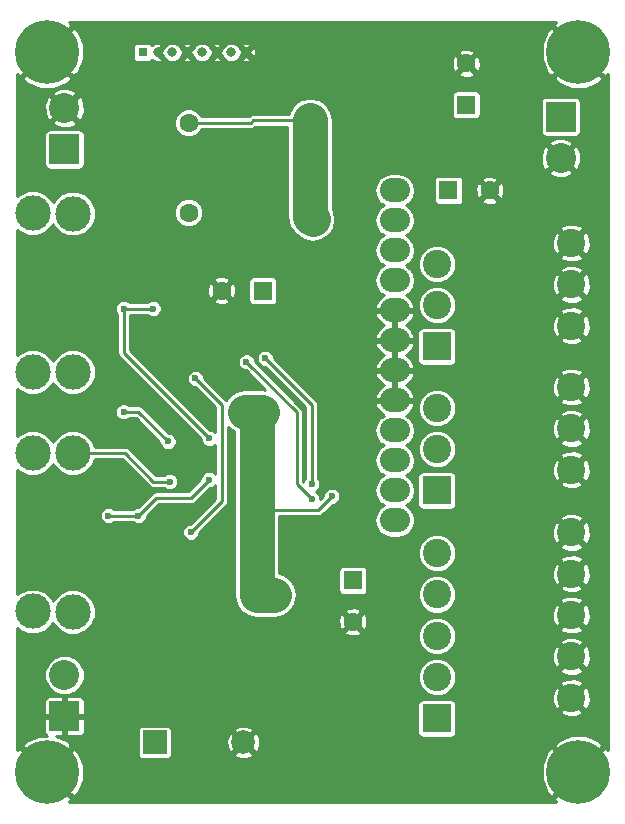
<source format=gtl>
G04 #@! TF.FileFunction,Copper,L1,Top,Signal*
%FSLAX46Y46*%
G04 Gerber Fmt 4.6, Leading zero omitted, Abs format (unit mm)*
G04 Created by KiCad (PCBNEW 4.0.5) date 03/05/17 20:07:58*
%MOMM*%
%LPD*%
G01*
G04 APERTURE LIST*
%ADD10C,0.100000*%
%ADD11R,1.600000X1.600000*%
%ADD12C,1.600000*%
%ADD13R,2.000000X2.000000*%
%ADD14C,2.000000*%
%ADD15C,3.000000*%
%ADD16R,0.800000X0.800000*%
%ADD17C,0.800000*%
%ADD18R,2.540000X2.540000*%
%ADD19C,2.540000*%
%ADD20C,2.400000*%
%ADD21R,2.400000X2.400000*%
%ADD22O,2.540000X2.032000*%
%ADD23C,5.400000*%
%ADD24C,0.600000*%
%ADD25C,1.300000*%
%ADD26C,0.250000*%
%ADD27C,1.500000*%
%ADD28C,3.000000*%
%ADD29C,0.500000*%
G04 APERTURE END LIST*
D10*
D11*
X192000000Y-95500000D03*
D12*
X195500000Y-95500000D03*
D11*
X176288000Y-103983000D03*
D12*
X172788000Y-103983000D03*
D13*
X167132000Y-142240000D03*
D14*
X174632000Y-142240000D03*
D11*
X193500000Y-88250000D03*
D12*
X193500000Y-84750000D03*
D11*
X183896000Y-128524000D03*
D12*
X183896000Y-132024000D03*
D15*
X160196000Y-117730000D03*
X156796000Y-117730000D03*
X160196000Y-131200000D03*
X156796000Y-131130000D03*
X156796000Y-110870000D03*
X160196000Y-110870000D03*
X156796000Y-97400000D03*
X160196000Y-97470000D03*
D16*
X166116000Y-83820000D03*
D17*
X167366000Y-83820000D03*
X168616000Y-83820000D03*
X169866000Y-83820000D03*
X171116000Y-83820000D03*
X172366000Y-83820000D03*
X173616000Y-83820000D03*
X174866000Y-83820000D03*
D18*
X159488000Y-140030060D03*
D19*
X159488000Y-136529940D03*
D18*
X159488000Y-92030060D03*
D19*
X159488000Y-88529940D03*
D20*
X202408000Y-99962000D03*
X202408000Y-106962000D03*
D21*
X191008000Y-108712000D03*
D20*
X191008000Y-105212000D03*
X202408000Y-103462000D03*
X191008000Y-101712000D03*
X202408000Y-124458000D03*
X191008000Y-126208000D03*
X202408000Y-127958000D03*
X191008000Y-129708000D03*
X202408000Y-131458000D03*
X202408000Y-138458000D03*
D21*
X191008000Y-140208000D03*
D20*
X191008000Y-136708000D03*
X202408000Y-134958000D03*
X191008000Y-133208000D03*
D18*
X201500000Y-89249940D03*
D19*
X201500000Y-92750060D03*
D20*
X202408000Y-112154000D03*
X202408000Y-119154000D03*
D21*
X191008000Y-120904000D03*
D20*
X191008000Y-117404000D03*
X202408000Y-115654000D03*
X191008000Y-113904000D03*
D22*
X187452000Y-98044000D03*
X187452000Y-100584000D03*
X187452000Y-95504000D03*
X187452000Y-103124000D03*
X187452000Y-105664000D03*
X187452000Y-108204000D03*
X187452000Y-110744000D03*
X187452000Y-113284000D03*
X187452000Y-115824000D03*
X187452000Y-118364000D03*
X187452000Y-120904000D03*
X187452000Y-123444000D03*
D23*
X203000000Y-83750000D03*
D24*
X205025000Y-83750000D03*
X204431891Y-85181891D03*
X203000000Y-85775000D03*
X201568109Y-85181891D03*
X200975000Y-83750000D03*
X201568109Y-82318109D03*
X203000000Y-81725000D03*
X204431891Y-82318109D03*
D23*
X157988000Y-144780000D03*
D24*
X160013000Y-144780000D03*
X159419891Y-146211891D03*
X157988000Y-146805000D03*
X156556109Y-146211891D03*
X155963000Y-144780000D03*
X156556109Y-143348109D03*
X157988000Y-142755000D03*
X159419891Y-143348109D03*
D23*
X203000000Y-144750000D03*
D24*
X205025000Y-144750000D03*
X204431891Y-146181891D03*
X203000000Y-146775000D03*
X201568109Y-146181891D03*
X200975000Y-144750000D03*
X201568109Y-143318109D03*
X203000000Y-142725000D03*
X204431891Y-143318109D03*
D23*
X158000000Y-83750000D03*
D24*
X160025000Y-83750000D03*
X159431891Y-85181891D03*
X158000000Y-85775000D03*
X156568109Y-85181891D03*
X155975000Y-83750000D03*
X156568109Y-82318109D03*
X158000000Y-81725000D03*
X159431891Y-82318109D03*
D12*
X169988000Y-89780000D03*
X169988000Y-97380000D03*
D24*
X182130000Y-121382000D03*
D25*
X180500000Y-95750000D03*
X180288500Y-92743500D03*
X180500000Y-97950500D03*
X180288500Y-89568500D03*
X176250000Y-114250000D03*
X174750000Y-114250000D03*
D24*
X174764000Y-118461000D03*
X177750000Y-130000000D03*
X175000000Y-130000000D03*
X174891000Y-110015500D03*
X180415500Y-121636000D03*
X168250000Y-118500000D03*
X170192000Y-124430000D03*
X170573000Y-111412500D03*
X168400000Y-120150000D03*
X164500000Y-114250000D03*
X168250000Y-116750000D03*
X180415500Y-120366000D03*
X176478500Y-109698000D03*
X163207000Y-123033000D03*
X171716000Y-119985000D03*
X165747000Y-123033000D03*
X167000000Y-105500000D03*
X164500000Y-105500000D03*
X171750000Y-116500000D03*
D26*
X169988000Y-89780000D02*
X175251000Y-89780000D01*
X175462500Y-89568500D02*
X180288500Y-89568500D01*
X175251000Y-89780000D02*
X175462500Y-89568500D01*
X180987000Y-122525000D02*
X175750000Y-122525000D01*
X182130000Y-121382000D02*
X180987000Y-122525000D01*
X175750000Y-122525000D02*
X175716500Y-122525000D01*
X175716500Y-122525000D02*
X175750000Y-122525000D01*
D27*
X180288500Y-95538500D02*
X180288500Y-92743500D01*
X180500000Y-95750000D02*
X180288500Y-95538500D01*
D28*
X180288500Y-97739000D02*
X180288500Y-89568500D01*
X180288500Y-97739000D02*
X180500000Y-97950500D01*
X174750000Y-114250000D02*
X176250000Y-114250000D01*
X175750000Y-129750000D02*
X177250000Y-129750000D01*
D26*
X174764000Y-118461000D02*
X175750000Y-118461000D01*
D29*
X177500000Y-129750000D02*
X177250000Y-129750000D01*
X177750000Y-130000000D02*
X177500000Y-129750000D01*
D28*
X175750000Y-114750000D02*
X175750000Y-118461000D01*
X176250000Y-114250000D02*
X175750000Y-114750000D01*
X175750000Y-118461000D02*
X175750000Y-122525000D01*
X175750000Y-122525000D02*
X175750000Y-129750000D01*
D29*
X175000000Y-130000000D02*
X175250000Y-129750000D01*
X175250000Y-129750000D02*
X175750000Y-129750000D01*
D26*
X179145500Y-114270000D02*
X174891000Y-110015500D01*
X179145500Y-120366000D02*
X179145500Y-114270000D01*
X180415500Y-121636000D02*
X179145500Y-120366000D01*
X172795500Y-121826500D02*
X170192000Y-124430000D01*
X172795500Y-113635000D02*
X172795500Y-121826500D01*
X170573000Y-111412500D02*
X172795500Y-113635000D01*
X164580000Y-117730000D02*
X160196000Y-117730000D01*
X167000000Y-120150000D02*
X164580000Y-117730000D01*
X168400000Y-120150000D02*
X167000000Y-120150000D01*
X165750000Y-114250000D02*
X164500000Y-114250000D01*
X168250000Y-116750000D02*
X165750000Y-114250000D01*
X180415500Y-113635000D02*
X180415500Y-120366000D01*
X176478500Y-109698000D02*
X180415500Y-113635000D01*
X165747000Y-123033000D02*
X163207000Y-123033000D01*
X170192000Y-121509000D02*
X171716000Y-119985000D01*
X167271000Y-121509000D02*
X170192000Y-121509000D01*
X165747000Y-123033000D02*
X167271000Y-121509000D01*
X167000000Y-105500000D02*
X164500000Y-105500000D01*
X164500000Y-109250000D02*
X164500000Y-105500000D01*
X171750000Y-116500000D02*
X164500000Y-109250000D01*
G36*
X200912314Y-81485537D02*
X201143922Y-81717145D01*
X200966990Y-81893767D01*
X200735537Y-81662314D01*
X200350804Y-81979755D01*
X199875019Y-83128310D01*
X199874983Y-84371512D01*
X200350702Y-85520094D01*
X200350804Y-85520245D01*
X200735537Y-85837686D01*
X200967145Y-85606078D01*
X201143767Y-85783010D01*
X200912314Y-86014463D01*
X201229755Y-86399196D01*
X202378310Y-86874981D01*
X203621512Y-86875017D01*
X204770094Y-86399298D01*
X204770245Y-86399196D01*
X205087686Y-86014463D01*
X204856078Y-85782855D01*
X205033010Y-85606233D01*
X205264463Y-85837686D01*
X205500000Y-85643346D01*
X205500000Y-142856654D01*
X205264463Y-142662314D01*
X205032855Y-142893922D01*
X204856233Y-142716990D01*
X205087686Y-142485537D01*
X204770245Y-142100804D01*
X203621690Y-141625019D01*
X202378488Y-141624983D01*
X201229906Y-142100702D01*
X201229755Y-142100804D01*
X200912314Y-142485537D01*
X201143922Y-142717145D01*
X200966990Y-142893767D01*
X200735537Y-142662314D01*
X200350804Y-142979755D01*
X199875019Y-144128310D01*
X199874983Y-145371512D01*
X200350702Y-146520094D01*
X200350804Y-146520245D01*
X200735537Y-146837686D01*
X200967145Y-146606078D01*
X201143767Y-146783010D01*
X200912314Y-147014463D01*
X201106654Y-147250000D01*
X159906099Y-147250000D01*
X160075686Y-147044463D01*
X159844078Y-146812855D01*
X160021010Y-146636233D01*
X160252463Y-146867686D01*
X160637196Y-146550245D01*
X161112981Y-145401690D01*
X161113017Y-144158488D01*
X160637298Y-143009906D01*
X160637196Y-143009755D01*
X160252463Y-142692314D01*
X160020855Y-142923922D01*
X159844233Y-142746990D01*
X160075686Y-142515537D01*
X159758245Y-142130804D01*
X158778770Y-141725060D01*
X159256750Y-141725060D01*
X159363000Y-141618810D01*
X159363000Y-140155060D01*
X159613000Y-140155060D01*
X159613000Y-141618810D01*
X159719250Y-141725060D01*
X160842538Y-141725060D01*
X160998743Y-141660358D01*
X161118298Y-141540803D01*
X161183000Y-141384598D01*
X161183000Y-141240000D01*
X165698674Y-141240000D01*
X165698674Y-143240000D01*
X165728309Y-143397496D01*
X165821389Y-143542146D01*
X165963412Y-143639186D01*
X166132000Y-143673326D01*
X168132000Y-143673326D01*
X168289496Y-143643691D01*
X168434146Y-143550611D01*
X168531186Y-143408588D01*
X168557931Y-143276515D01*
X173772262Y-143276515D01*
X173882291Y-143484550D01*
X174415627Y-143676716D01*
X174981905Y-143650155D01*
X175381709Y-143484550D01*
X175491738Y-143276515D01*
X174632000Y-142416777D01*
X173772262Y-143276515D01*
X168557931Y-143276515D01*
X168565326Y-143240000D01*
X168565326Y-142023627D01*
X173195284Y-142023627D01*
X173221845Y-142589905D01*
X173387450Y-142989709D01*
X173595485Y-143099738D01*
X174455223Y-142240000D01*
X174808777Y-142240000D01*
X175668515Y-143099738D01*
X175876550Y-142989709D01*
X176068716Y-142456373D01*
X176042155Y-141890095D01*
X175876550Y-141490291D01*
X175668515Y-141380262D01*
X174808777Y-142240000D01*
X174455223Y-142240000D01*
X173595485Y-141380262D01*
X173387450Y-141490291D01*
X173195284Y-142023627D01*
X168565326Y-142023627D01*
X168565326Y-141240000D01*
X168558456Y-141203485D01*
X173772262Y-141203485D01*
X174632000Y-142063223D01*
X175491738Y-141203485D01*
X175381709Y-140995450D01*
X174848373Y-140803284D01*
X174282095Y-140829845D01*
X173882291Y-140995450D01*
X173772262Y-141203485D01*
X168558456Y-141203485D01*
X168535691Y-141082504D01*
X168442611Y-140937854D01*
X168300588Y-140840814D01*
X168132000Y-140806674D01*
X166132000Y-140806674D01*
X165974504Y-140836309D01*
X165829854Y-140929389D01*
X165732814Y-141071412D01*
X165698674Y-141240000D01*
X161183000Y-141240000D01*
X161183000Y-140261310D01*
X161076750Y-140155060D01*
X159613000Y-140155060D01*
X159363000Y-140155060D01*
X157899250Y-140155060D01*
X157793000Y-140261310D01*
X157793000Y-141384598D01*
X157857702Y-141540803D01*
X157971900Y-141655001D01*
X157366488Y-141654983D01*
X156217906Y-142130702D01*
X156217755Y-142130804D01*
X155900314Y-142515537D01*
X156131922Y-142747145D01*
X155954990Y-142923767D01*
X155723537Y-142692314D01*
X155500000Y-142876753D01*
X155500000Y-138675522D01*
X157793000Y-138675522D01*
X157793000Y-139798810D01*
X157899250Y-139905060D01*
X159363000Y-139905060D01*
X159363000Y-138441310D01*
X159613000Y-138441310D01*
X159613000Y-139905060D01*
X161076750Y-139905060D01*
X161183000Y-139798810D01*
X161183000Y-139008000D01*
X189374674Y-139008000D01*
X189374674Y-141408000D01*
X189404309Y-141565496D01*
X189497389Y-141710146D01*
X189639412Y-141807186D01*
X189808000Y-141841326D01*
X192208000Y-141841326D01*
X192365496Y-141811691D01*
X192510146Y-141718611D01*
X192607186Y-141576588D01*
X192641326Y-141408000D01*
X192641326Y-139639249D01*
X201403527Y-139639249D01*
X201538039Y-139868061D01*
X202143868Y-140093646D01*
X202789908Y-140070219D01*
X203277961Y-139868061D01*
X203412473Y-139639249D01*
X202408000Y-138634777D01*
X201403527Y-139639249D01*
X192641326Y-139639249D01*
X192641326Y-139008000D01*
X192611691Y-138850504D01*
X192518611Y-138705854D01*
X192376588Y-138608814D01*
X192208000Y-138574674D01*
X189808000Y-138574674D01*
X189650504Y-138604309D01*
X189505854Y-138697389D01*
X189408814Y-138839412D01*
X189374674Y-139008000D01*
X161183000Y-139008000D01*
X161183000Y-138675522D01*
X161118298Y-138519317D01*
X160998743Y-138399762D01*
X160842538Y-138335060D01*
X159719250Y-138335060D01*
X159613000Y-138441310D01*
X159363000Y-138441310D01*
X159256750Y-138335060D01*
X158133462Y-138335060D01*
X157977257Y-138399762D01*
X157857702Y-138519317D01*
X157793000Y-138675522D01*
X155500000Y-138675522D01*
X155500000Y-136865617D01*
X157792706Y-136865617D01*
X158050211Y-137488826D01*
X158526606Y-137966053D01*
X159149365Y-138224645D01*
X159823677Y-138225234D01*
X160446886Y-137967729D01*
X160924113Y-137491334D01*
X161115752Y-137029814D01*
X189382718Y-137029814D01*
X189629588Y-137627286D01*
X190086309Y-138084805D01*
X190683349Y-138332718D01*
X191329814Y-138333282D01*
X191667222Y-138193868D01*
X200772354Y-138193868D01*
X200795781Y-138839908D01*
X200997939Y-139327961D01*
X201226751Y-139462473D01*
X202231223Y-138458000D01*
X202584777Y-138458000D01*
X203589249Y-139462473D01*
X203818061Y-139327961D01*
X204043646Y-138722132D01*
X204020219Y-138076092D01*
X203818061Y-137588039D01*
X203589249Y-137453527D01*
X202584777Y-138458000D01*
X202231223Y-138458000D01*
X201226751Y-137453527D01*
X200997939Y-137588039D01*
X200772354Y-138193868D01*
X191667222Y-138193868D01*
X191927286Y-138086412D01*
X192384805Y-137629691D01*
X192531358Y-137276751D01*
X201403527Y-137276751D01*
X202408000Y-138281223D01*
X203412473Y-137276751D01*
X203277961Y-137047939D01*
X202672132Y-136822354D01*
X202026092Y-136845781D01*
X201538039Y-137047939D01*
X201403527Y-137276751D01*
X192531358Y-137276751D01*
X192632718Y-137032651D01*
X192633282Y-136386186D01*
X192531250Y-136139249D01*
X201403527Y-136139249D01*
X201538039Y-136368061D01*
X202143868Y-136593646D01*
X202789908Y-136570219D01*
X203277961Y-136368061D01*
X203412473Y-136139249D01*
X202408000Y-135134777D01*
X201403527Y-136139249D01*
X192531250Y-136139249D01*
X192386412Y-135788714D01*
X191929691Y-135331195D01*
X191332651Y-135083282D01*
X190686186Y-135082718D01*
X190088714Y-135329588D01*
X189631195Y-135786309D01*
X189383282Y-136383349D01*
X189382718Y-137029814D01*
X161115752Y-137029814D01*
X161182705Y-136868575D01*
X161183294Y-136194263D01*
X160925789Y-135571054D01*
X160449394Y-135093827D01*
X159826635Y-134835235D01*
X159152323Y-134834646D01*
X158529114Y-135092151D01*
X158051887Y-135568546D01*
X157793295Y-136191305D01*
X157792706Y-136865617D01*
X155500000Y-136865617D01*
X155500000Y-133529814D01*
X189382718Y-133529814D01*
X189629588Y-134127286D01*
X190086309Y-134584805D01*
X190683349Y-134832718D01*
X191329814Y-134833282D01*
X191667222Y-134693868D01*
X200772354Y-134693868D01*
X200795781Y-135339908D01*
X200997939Y-135827961D01*
X201226751Y-135962473D01*
X202231223Y-134958000D01*
X202584777Y-134958000D01*
X203589249Y-135962473D01*
X203818061Y-135827961D01*
X204043646Y-135222132D01*
X204020219Y-134576092D01*
X203818061Y-134088039D01*
X203589249Y-133953527D01*
X202584777Y-134958000D01*
X202231223Y-134958000D01*
X201226751Y-133953527D01*
X200997939Y-134088039D01*
X200772354Y-134693868D01*
X191667222Y-134693868D01*
X191927286Y-134586412D01*
X192384805Y-134129691D01*
X192531358Y-133776751D01*
X201403527Y-133776751D01*
X202408000Y-134781223D01*
X203412473Y-133776751D01*
X203277961Y-133547939D01*
X202672132Y-133322354D01*
X202026092Y-133345781D01*
X201538039Y-133547939D01*
X201403527Y-133776751D01*
X192531358Y-133776751D01*
X192632718Y-133532651D01*
X192633282Y-132886186D01*
X192531250Y-132639249D01*
X201403527Y-132639249D01*
X201538039Y-132868061D01*
X202143868Y-133093646D01*
X202789908Y-133070219D01*
X203277961Y-132868061D01*
X203412473Y-132639249D01*
X202408000Y-131634777D01*
X201403527Y-132639249D01*
X192531250Y-132639249D01*
X192386412Y-132288714D01*
X191929691Y-131831195D01*
X191332651Y-131583282D01*
X190686186Y-131582718D01*
X190088714Y-131829588D01*
X189631195Y-132286309D01*
X189383282Y-132883349D01*
X189382718Y-133529814D01*
X155500000Y-133529814D01*
X155500000Y-132556476D01*
X155704151Y-132760984D01*
X156411414Y-133054665D01*
X157177226Y-133055333D01*
X157885000Y-132762887D01*
X158426984Y-132221849D01*
X158481309Y-132091019D01*
X158563113Y-132289000D01*
X159104151Y-132830984D01*
X159811414Y-133124665D01*
X160577226Y-133125333D01*
X161084855Y-132915585D01*
X183181191Y-132915585D01*
X183266670Y-133102862D01*
X183727437Y-133261573D01*
X184213867Y-133231874D01*
X184525330Y-133102862D01*
X184610809Y-132915585D01*
X183896000Y-132200777D01*
X183181191Y-132915585D01*
X161084855Y-132915585D01*
X161285000Y-132832887D01*
X161826984Y-132291849D01*
X162008197Y-131855437D01*
X182658427Y-131855437D01*
X182688126Y-132341867D01*
X182817138Y-132653330D01*
X183004415Y-132738809D01*
X183719223Y-132024000D01*
X184072777Y-132024000D01*
X184787585Y-132738809D01*
X184974862Y-132653330D01*
X185133573Y-132192563D01*
X185103874Y-131706133D01*
X184974862Y-131394670D01*
X184787585Y-131309191D01*
X184072777Y-132024000D01*
X183719223Y-132024000D01*
X183004415Y-131309191D01*
X182817138Y-131394670D01*
X182658427Y-131855437D01*
X162008197Y-131855437D01*
X162120665Y-131584586D01*
X162121333Y-130818774D01*
X161828887Y-130111000D01*
X161287849Y-129569016D01*
X160580586Y-129275335D01*
X159814774Y-129274667D01*
X159107000Y-129567113D01*
X158565016Y-130108151D01*
X158510691Y-130238981D01*
X158428887Y-130041000D01*
X157887849Y-129499016D01*
X157180586Y-129205335D01*
X156414774Y-129204667D01*
X155707000Y-129497113D01*
X155500000Y-129703752D01*
X155500000Y-123176579D01*
X162481874Y-123176579D01*
X162592016Y-123443143D01*
X162795784Y-123647267D01*
X163062156Y-123757874D01*
X163350579Y-123758126D01*
X163617143Y-123647984D01*
X163682241Y-123583000D01*
X165271629Y-123583000D01*
X165335784Y-123647267D01*
X165602156Y-123757874D01*
X165890579Y-123758126D01*
X166157143Y-123647984D01*
X166361267Y-123444216D01*
X166471874Y-123177844D01*
X166471954Y-123085863D01*
X167498817Y-122059000D01*
X170192000Y-122059000D01*
X170402476Y-122017134D01*
X170580909Y-121897909D01*
X171768771Y-120710047D01*
X171859579Y-120710126D01*
X172126143Y-120599984D01*
X172245500Y-120480835D01*
X172245500Y-121598682D01*
X170139229Y-123704953D01*
X170048421Y-123704874D01*
X169781857Y-123815016D01*
X169577733Y-124018784D01*
X169467126Y-124285156D01*
X169466874Y-124573579D01*
X169577016Y-124840143D01*
X169780784Y-125044267D01*
X170047156Y-125154874D01*
X170335579Y-125155126D01*
X170602143Y-125044984D01*
X170806267Y-124841216D01*
X170916874Y-124574844D01*
X170916954Y-124482864D01*
X173184409Y-122215409D01*
X173303634Y-122036976D01*
X173345500Y-121826500D01*
X173345500Y-115546349D01*
X173388819Y-115611181D01*
X173825000Y-115902627D01*
X173825000Y-129750000D01*
X173971532Y-130486666D01*
X174388819Y-131111181D01*
X175013334Y-131528468D01*
X175750000Y-131675000D01*
X177250000Y-131675000D01*
X177986666Y-131528468D01*
X178579402Y-131132415D01*
X183181191Y-131132415D01*
X183896000Y-131847223D01*
X184610809Y-131132415D01*
X184525330Y-130945138D01*
X184064563Y-130786427D01*
X183578133Y-130816126D01*
X183266670Y-130945138D01*
X183181191Y-131132415D01*
X178579402Y-131132415D01*
X178611181Y-131111181D01*
X179028468Y-130486666D01*
X179119341Y-130029814D01*
X189382718Y-130029814D01*
X189629588Y-130627286D01*
X190086309Y-131084805D01*
X190683349Y-131332718D01*
X191329814Y-131333282D01*
X191667222Y-131193868D01*
X200772354Y-131193868D01*
X200795781Y-131839908D01*
X200997939Y-132327961D01*
X201226751Y-132462473D01*
X202231223Y-131458000D01*
X202584777Y-131458000D01*
X203589249Y-132462473D01*
X203818061Y-132327961D01*
X204043646Y-131722132D01*
X204020219Y-131076092D01*
X203818061Y-130588039D01*
X203589249Y-130453527D01*
X202584777Y-131458000D01*
X202231223Y-131458000D01*
X201226751Y-130453527D01*
X200997939Y-130588039D01*
X200772354Y-131193868D01*
X191667222Y-131193868D01*
X191927286Y-131086412D01*
X192384805Y-130629691D01*
X192531358Y-130276751D01*
X201403527Y-130276751D01*
X202408000Y-131281223D01*
X203412473Y-130276751D01*
X203277961Y-130047939D01*
X202672132Y-129822354D01*
X202026092Y-129845781D01*
X201538039Y-130047939D01*
X201403527Y-130276751D01*
X192531358Y-130276751D01*
X192632718Y-130032651D01*
X192633282Y-129386186D01*
X192531250Y-129139249D01*
X201403527Y-129139249D01*
X201538039Y-129368061D01*
X202143868Y-129593646D01*
X202789908Y-129570219D01*
X203277961Y-129368061D01*
X203412473Y-129139249D01*
X202408000Y-128134777D01*
X201403527Y-129139249D01*
X192531250Y-129139249D01*
X192386412Y-128788714D01*
X191929691Y-128331195D01*
X191332651Y-128083282D01*
X190686186Y-128082718D01*
X190088714Y-128329588D01*
X189631195Y-128786309D01*
X189383282Y-129383349D01*
X189382718Y-130029814D01*
X179119341Y-130029814D01*
X179175000Y-129750000D01*
X179028468Y-129013334D01*
X178611181Y-128388819D01*
X177986666Y-127971532D01*
X177675000Y-127909538D01*
X177675000Y-127724000D01*
X182662674Y-127724000D01*
X182662674Y-129324000D01*
X182692309Y-129481496D01*
X182785389Y-129626146D01*
X182927412Y-129723186D01*
X183096000Y-129757326D01*
X184696000Y-129757326D01*
X184853496Y-129727691D01*
X184998146Y-129634611D01*
X185095186Y-129492588D01*
X185129326Y-129324000D01*
X185129326Y-127724000D01*
X185099691Y-127566504D01*
X185006611Y-127421854D01*
X184864588Y-127324814D01*
X184696000Y-127290674D01*
X183096000Y-127290674D01*
X182938504Y-127320309D01*
X182793854Y-127413389D01*
X182696814Y-127555412D01*
X182662674Y-127724000D01*
X177675000Y-127724000D01*
X177675000Y-126529814D01*
X189382718Y-126529814D01*
X189629588Y-127127286D01*
X190086309Y-127584805D01*
X190683349Y-127832718D01*
X191329814Y-127833282D01*
X191667222Y-127693868D01*
X200772354Y-127693868D01*
X200795781Y-128339908D01*
X200997939Y-128827961D01*
X201226751Y-128962473D01*
X202231223Y-127958000D01*
X202584777Y-127958000D01*
X203589249Y-128962473D01*
X203818061Y-128827961D01*
X204043646Y-128222132D01*
X204020219Y-127576092D01*
X203818061Y-127088039D01*
X203589249Y-126953527D01*
X202584777Y-127958000D01*
X202231223Y-127958000D01*
X201226751Y-126953527D01*
X200997939Y-127088039D01*
X200772354Y-127693868D01*
X191667222Y-127693868D01*
X191927286Y-127586412D01*
X192384805Y-127129691D01*
X192531358Y-126776751D01*
X201403527Y-126776751D01*
X202408000Y-127781223D01*
X203412473Y-126776751D01*
X203277961Y-126547939D01*
X202672132Y-126322354D01*
X202026092Y-126345781D01*
X201538039Y-126547939D01*
X201403527Y-126776751D01*
X192531358Y-126776751D01*
X192632718Y-126532651D01*
X192633282Y-125886186D01*
X192531250Y-125639249D01*
X201403527Y-125639249D01*
X201538039Y-125868061D01*
X202143868Y-126093646D01*
X202789908Y-126070219D01*
X203277961Y-125868061D01*
X203412473Y-125639249D01*
X202408000Y-124634777D01*
X201403527Y-125639249D01*
X192531250Y-125639249D01*
X192386412Y-125288714D01*
X191929691Y-124831195D01*
X191332651Y-124583282D01*
X190686186Y-124582718D01*
X190088714Y-124829588D01*
X189631195Y-125286309D01*
X189383282Y-125883349D01*
X189382718Y-126529814D01*
X177675000Y-126529814D01*
X177675000Y-123075000D01*
X180987000Y-123075000D01*
X181197476Y-123033134D01*
X181375909Y-122913909D01*
X182182771Y-122107047D01*
X182273579Y-122107126D01*
X182540143Y-121996984D01*
X182744267Y-121793216D01*
X182854874Y-121526844D01*
X182855126Y-121238421D01*
X182744984Y-120971857D01*
X182541216Y-120767733D01*
X182274844Y-120657126D01*
X181986421Y-120656874D01*
X181719857Y-120767016D01*
X181515733Y-120970784D01*
X181405126Y-121237156D01*
X181405046Y-121329136D01*
X181140538Y-121593644D01*
X181140626Y-121492421D01*
X181030484Y-121225857D01*
X180826716Y-121021733D01*
X180776992Y-121001086D01*
X180825643Y-120980984D01*
X181029767Y-120777216D01*
X181140374Y-120510844D01*
X181140626Y-120222421D01*
X181030484Y-119955857D01*
X180965500Y-119890759D01*
X180965500Y-115824000D01*
X185723793Y-115824000D01*
X185833483Y-116375447D01*
X186145852Y-116842941D01*
X186521589Y-117094000D01*
X186145852Y-117345059D01*
X185833483Y-117812553D01*
X185723793Y-118364000D01*
X185833483Y-118915447D01*
X186145852Y-119382941D01*
X186521589Y-119634000D01*
X186145852Y-119885059D01*
X185833483Y-120352553D01*
X185723793Y-120904000D01*
X185833483Y-121455447D01*
X186145852Y-121922941D01*
X186521589Y-122174000D01*
X186145852Y-122425059D01*
X185833483Y-122892553D01*
X185723793Y-123444000D01*
X185833483Y-123995447D01*
X186145852Y-124462941D01*
X186613346Y-124775310D01*
X187164793Y-124885000D01*
X187739207Y-124885000D01*
X188290654Y-124775310D01*
X188758148Y-124462941D01*
X188937936Y-124193868D01*
X200772354Y-124193868D01*
X200795781Y-124839908D01*
X200997939Y-125327961D01*
X201226751Y-125462473D01*
X202231223Y-124458000D01*
X202584777Y-124458000D01*
X203589249Y-125462473D01*
X203818061Y-125327961D01*
X204043646Y-124722132D01*
X204020219Y-124076092D01*
X203818061Y-123588039D01*
X203589249Y-123453527D01*
X202584777Y-124458000D01*
X202231223Y-124458000D01*
X201226751Y-123453527D01*
X200997939Y-123588039D01*
X200772354Y-124193868D01*
X188937936Y-124193868D01*
X189070517Y-123995447D01*
X189180207Y-123444000D01*
X189146939Y-123276751D01*
X201403527Y-123276751D01*
X202408000Y-124281223D01*
X203412473Y-123276751D01*
X203277961Y-123047939D01*
X202672132Y-122822354D01*
X202026092Y-122845781D01*
X201538039Y-123047939D01*
X201403527Y-123276751D01*
X189146939Y-123276751D01*
X189070517Y-122892553D01*
X188758148Y-122425059D01*
X188382411Y-122174000D01*
X188758148Y-121922941D01*
X189070517Y-121455447D01*
X189180207Y-120904000D01*
X189070517Y-120352553D01*
X188758148Y-119885059D01*
X188487174Y-119704000D01*
X189374674Y-119704000D01*
X189374674Y-122104000D01*
X189404309Y-122261496D01*
X189497389Y-122406146D01*
X189639412Y-122503186D01*
X189808000Y-122537326D01*
X192208000Y-122537326D01*
X192365496Y-122507691D01*
X192510146Y-122414611D01*
X192607186Y-122272588D01*
X192641326Y-122104000D01*
X192641326Y-120335249D01*
X201403527Y-120335249D01*
X201538039Y-120564061D01*
X202143868Y-120789646D01*
X202789908Y-120766219D01*
X203277961Y-120564061D01*
X203412473Y-120335249D01*
X202408000Y-119330777D01*
X201403527Y-120335249D01*
X192641326Y-120335249D01*
X192641326Y-119704000D01*
X192611691Y-119546504D01*
X192518611Y-119401854D01*
X192376588Y-119304814D01*
X192208000Y-119270674D01*
X189808000Y-119270674D01*
X189650504Y-119300309D01*
X189505854Y-119393389D01*
X189408814Y-119535412D01*
X189374674Y-119704000D01*
X188487174Y-119704000D01*
X188382411Y-119634000D01*
X188758148Y-119382941D01*
X189070517Y-118915447D01*
X189180207Y-118364000D01*
X189070517Y-117812553D01*
X189012560Y-117725814D01*
X189382718Y-117725814D01*
X189629588Y-118323286D01*
X190086309Y-118780805D01*
X190683349Y-119028718D01*
X191329814Y-119029282D01*
X191667222Y-118889868D01*
X200772354Y-118889868D01*
X200795781Y-119535908D01*
X200997939Y-120023961D01*
X201226751Y-120158473D01*
X202231223Y-119154000D01*
X202584777Y-119154000D01*
X203589249Y-120158473D01*
X203818061Y-120023961D01*
X204043646Y-119418132D01*
X204020219Y-118772092D01*
X203818061Y-118284039D01*
X203589249Y-118149527D01*
X202584777Y-119154000D01*
X202231223Y-119154000D01*
X201226751Y-118149527D01*
X200997939Y-118284039D01*
X200772354Y-118889868D01*
X191667222Y-118889868D01*
X191927286Y-118782412D01*
X192384805Y-118325691D01*
X192531358Y-117972751D01*
X201403527Y-117972751D01*
X202408000Y-118977223D01*
X203412473Y-117972751D01*
X203277961Y-117743939D01*
X202672132Y-117518354D01*
X202026092Y-117541781D01*
X201538039Y-117743939D01*
X201403527Y-117972751D01*
X192531358Y-117972751D01*
X192632718Y-117728651D01*
X192633282Y-117082186D01*
X192531250Y-116835249D01*
X201403527Y-116835249D01*
X201538039Y-117064061D01*
X202143868Y-117289646D01*
X202789908Y-117266219D01*
X203277961Y-117064061D01*
X203412473Y-116835249D01*
X202408000Y-115830777D01*
X201403527Y-116835249D01*
X192531250Y-116835249D01*
X192386412Y-116484714D01*
X191929691Y-116027195D01*
X191332651Y-115779282D01*
X190686186Y-115778718D01*
X190088714Y-116025588D01*
X189631195Y-116482309D01*
X189383282Y-117079349D01*
X189382718Y-117725814D01*
X189012560Y-117725814D01*
X188758148Y-117345059D01*
X188382411Y-117094000D01*
X188758148Y-116842941D01*
X189070517Y-116375447D01*
X189180207Y-115824000D01*
X189070517Y-115272553D01*
X188758148Y-114805059D01*
X188386411Y-114556673D01*
X188799275Y-114225814D01*
X189382718Y-114225814D01*
X189629588Y-114823286D01*
X190086309Y-115280805D01*
X190683349Y-115528718D01*
X191329814Y-115529282D01*
X191667222Y-115389868D01*
X200772354Y-115389868D01*
X200795781Y-116035908D01*
X200997939Y-116523961D01*
X201226751Y-116658473D01*
X202231223Y-115654000D01*
X202584777Y-115654000D01*
X203589249Y-116658473D01*
X203818061Y-116523961D01*
X204043646Y-115918132D01*
X204020219Y-115272092D01*
X203818061Y-114784039D01*
X203589249Y-114649527D01*
X202584777Y-115654000D01*
X202231223Y-115654000D01*
X201226751Y-114649527D01*
X200997939Y-114784039D01*
X200772354Y-115389868D01*
X191667222Y-115389868D01*
X191927286Y-115282412D01*
X192384805Y-114825691D01*
X192531358Y-114472751D01*
X201403527Y-114472751D01*
X202408000Y-115477223D01*
X203412473Y-114472751D01*
X203277961Y-114243939D01*
X202672132Y-114018354D01*
X202026092Y-114041781D01*
X201538039Y-114243939D01*
X201403527Y-114472751D01*
X192531358Y-114472751D01*
X192632718Y-114228651D01*
X192633282Y-113582186D01*
X192531250Y-113335249D01*
X201403527Y-113335249D01*
X201538039Y-113564061D01*
X202143868Y-113789646D01*
X202789908Y-113766219D01*
X203277961Y-113564061D01*
X203412473Y-113335249D01*
X202408000Y-112330777D01*
X201403527Y-113335249D01*
X192531250Y-113335249D01*
X192386412Y-112984714D01*
X191929691Y-112527195D01*
X191332651Y-112279282D01*
X190686186Y-112278718D01*
X190088714Y-112525588D01*
X189631195Y-112982309D01*
X189383282Y-113579349D01*
X189382718Y-114225814D01*
X188799275Y-114225814D01*
X188813329Y-114214552D01*
X189085145Y-113719961D01*
X189104339Y-113632033D01*
X189034884Y-113409000D01*
X187577000Y-113409000D01*
X187577000Y-113429000D01*
X187327000Y-113429000D01*
X187327000Y-113409000D01*
X185869116Y-113409000D01*
X185799661Y-113632033D01*
X185818855Y-113719961D01*
X186090671Y-114214552D01*
X186517589Y-114556673D01*
X186145852Y-114805059D01*
X185833483Y-115272553D01*
X185723793Y-115824000D01*
X180965500Y-115824000D01*
X180965500Y-113635005D01*
X180965501Y-113635000D01*
X180923634Y-113424524D01*
X180804409Y-113246091D01*
X178650351Y-111092033D01*
X185799661Y-111092033D01*
X185818855Y-111179961D01*
X186090671Y-111674552D01*
X186514253Y-112014000D01*
X186090671Y-112353448D01*
X185818855Y-112848039D01*
X185799661Y-112935967D01*
X185869116Y-113159000D01*
X187327000Y-113159000D01*
X187327000Y-110869000D01*
X187577000Y-110869000D01*
X187577000Y-113159000D01*
X189034884Y-113159000D01*
X189104339Y-112935967D01*
X189085145Y-112848039D01*
X188813329Y-112353448D01*
X188389747Y-112014000D01*
X188544645Y-111889868D01*
X200772354Y-111889868D01*
X200795781Y-112535908D01*
X200997939Y-113023961D01*
X201226751Y-113158473D01*
X202231223Y-112154000D01*
X202584777Y-112154000D01*
X203589249Y-113158473D01*
X203818061Y-113023961D01*
X204043646Y-112418132D01*
X204020219Y-111772092D01*
X203818061Y-111284039D01*
X203589249Y-111149527D01*
X202584777Y-112154000D01*
X202231223Y-112154000D01*
X201226751Y-111149527D01*
X200997939Y-111284039D01*
X200772354Y-111889868D01*
X188544645Y-111889868D01*
X188813329Y-111674552D01*
X189085145Y-111179961D01*
X189104339Y-111092033D01*
X189067194Y-110972751D01*
X201403527Y-110972751D01*
X202408000Y-111977223D01*
X203412473Y-110972751D01*
X203277961Y-110743939D01*
X202672132Y-110518354D01*
X202026092Y-110541781D01*
X201538039Y-110743939D01*
X201403527Y-110972751D01*
X189067194Y-110972751D01*
X189034884Y-110869000D01*
X187577000Y-110869000D01*
X187327000Y-110869000D01*
X185869116Y-110869000D01*
X185799661Y-111092033D01*
X178650351Y-111092033D01*
X177203547Y-109645229D01*
X177203626Y-109554421D01*
X177093484Y-109287857D01*
X176889716Y-109083733D01*
X176623344Y-108973126D01*
X176334921Y-108972874D01*
X176068357Y-109083016D01*
X175864233Y-109286784D01*
X175753626Y-109553156D01*
X175753374Y-109841579D01*
X175863516Y-110108143D01*
X176067284Y-110312267D01*
X176333656Y-110422874D01*
X176425636Y-110422954D01*
X179865500Y-113862818D01*
X179865500Y-119890629D01*
X179801233Y-119954784D01*
X179716401Y-120159083D01*
X179695500Y-120138182D01*
X179695500Y-114270005D01*
X179695501Y-114270000D01*
X179653634Y-114059524D01*
X179534409Y-113881091D01*
X179534406Y-113881089D01*
X175616047Y-109962729D01*
X175616126Y-109871921D01*
X175505984Y-109605357D01*
X175302216Y-109401233D01*
X175035844Y-109290626D01*
X174747421Y-109290374D01*
X174480857Y-109400516D01*
X174276733Y-109604284D01*
X174166126Y-109870656D01*
X174165874Y-110159079D01*
X174276016Y-110425643D01*
X174479784Y-110629767D01*
X174746156Y-110740374D01*
X174838136Y-110740454D01*
X176465559Y-112367877D01*
X176250000Y-112324999D01*
X176249995Y-112325000D01*
X174750000Y-112325000D01*
X174013334Y-112471532D01*
X173388819Y-112888819D01*
X173163841Y-113225524D01*
X171298047Y-111359729D01*
X171298126Y-111268921D01*
X171187984Y-111002357D01*
X170984216Y-110798233D01*
X170717844Y-110687626D01*
X170429421Y-110687374D01*
X170162857Y-110797516D01*
X169958733Y-111001284D01*
X169848126Y-111267656D01*
X169847874Y-111556079D01*
X169958016Y-111822643D01*
X170161784Y-112026767D01*
X170428156Y-112137374D01*
X170520137Y-112137454D01*
X172245500Y-113862817D01*
X172245500Y-115970164D01*
X172161216Y-115885733D01*
X171894844Y-115775126D01*
X171802863Y-115775046D01*
X165050000Y-109022182D01*
X165050000Y-108552033D01*
X185799661Y-108552033D01*
X185818855Y-108639961D01*
X186090671Y-109134552D01*
X186514253Y-109474000D01*
X186090671Y-109813448D01*
X185818855Y-110308039D01*
X185799661Y-110395967D01*
X185869116Y-110619000D01*
X187327000Y-110619000D01*
X187327000Y-108329000D01*
X187577000Y-108329000D01*
X187577000Y-110619000D01*
X189034884Y-110619000D01*
X189104339Y-110395967D01*
X189085145Y-110308039D01*
X188813329Y-109813448D01*
X188389747Y-109474000D01*
X188813329Y-109134552D01*
X189085145Y-108639961D01*
X189104339Y-108552033D01*
X189034884Y-108329000D01*
X187577000Y-108329000D01*
X187327000Y-108329000D01*
X185869116Y-108329000D01*
X185799661Y-108552033D01*
X165050000Y-108552033D01*
X165050000Y-106050000D01*
X166524629Y-106050000D01*
X166588784Y-106114267D01*
X166855156Y-106224874D01*
X167143579Y-106225126D01*
X167410143Y-106114984D01*
X167513273Y-106012033D01*
X185799661Y-106012033D01*
X185818855Y-106099961D01*
X186090671Y-106594552D01*
X186514253Y-106934000D01*
X186090671Y-107273448D01*
X185818855Y-107768039D01*
X185799661Y-107855967D01*
X185869116Y-108079000D01*
X187327000Y-108079000D01*
X187327000Y-105789000D01*
X187577000Y-105789000D01*
X187577000Y-108079000D01*
X189034884Y-108079000D01*
X189104339Y-107855967D01*
X189085145Y-107768039D01*
X188944432Y-107512000D01*
X189374674Y-107512000D01*
X189374674Y-109912000D01*
X189404309Y-110069496D01*
X189497389Y-110214146D01*
X189639412Y-110311186D01*
X189808000Y-110345326D01*
X192208000Y-110345326D01*
X192365496Y-110315691D01*
X192510146Y-110222611D01*
X192607186Y-110080588D01*
X192641326Y-109912000D01*
X192641326Y-108143249D01*
X201403527Y-108143249D01*
X201538039Y-108372061D01*
X202143868Y-108597646D01*
X202789908Y-108574219D01*
X203277961Y-108372061D01*
X203412473Y-108143249D01*
X202408000Y-107138777D01*
X201403527Y-108143249D01*
X192641326Y-108143249D01*
X192641326Y-107512000D01*
X192611691Y-107354504D01*
X192518611Y-107209854D01*
X192376588Y-107112814D01*
X192208000Y-107078674D01*
X189808000Y-107078674D01*
X189650504Y-107108309D01*
X189505854Y-107201389D01*
X189408814Y-107343412D01*
X189374674Y-107512000D01*
X188944432Y-107512000D01*
X188813329Y-107273448D01*
X188389747Y-106934000D01*
X188813329Y-106594552D01*
X189085145Y-106099961D01*
X189104339Y-106012033D01*
X189034884Y-105789000D01*
X187577000Y-105789000D01*
X187327000Y-105789000D01*
X185869116Y-105789000D01*
X185799661Y-106012033D01*
X167513273Y-106012033D01*
X167614267Y-105911216D01*
X167724874Y-105644844D01*
X167725126Y-105356421D01*
X167614984Y-105089857D01*
X167411216Y-104885733D01*
X167384369Y-104874585D01*
X172073191Y-104874585D01*
X172158670Y-105061862D01*
X172619437Y-105220573D01*
X173105867Y-105190874D01*
X173417330Y-105061862D01*
X173502809Y-104874585D01*
X172788000Y-104159777D01*
X172073191Y-104874585D01*
X167384369Y-104874585D01*
X167144844Y-104775126D01*
X166856421Y-104774874D01*
X166589857Y-104885016D01*
X166524759Y-104950000D01*
X164975371Y-104950000D01*
X164911216Y-104885733D01*
X164644844Y-104775126D01*
X164356421Y-104774874D01*
X164089857Y-104885016D01*
X163885733Y-105088784D01*
X163775126Y-105355156D01*
X163774874Y-105643579D01*
X163885016Y-105910143D01*
X163950000Y-105975241D01*
X163950000Y-109250000D01*
X163991866Y-109460476D01*
X164111091Y-109638909D01*
X171024953Y-116552770D01*
X171024874Y-116643579D01*
X171135016Y-116910143D01*
X171338784Y-117114267D01*
X171605156Y-117224874D01*
X171893579Y-117225126D01*
X172160143Y-117114984D01*
X172245500Y-117029776D01*
X172245500Y-119489224D01*
X172127216Y-119370733D01*
X171860844Y-119260126D01*
X171572421Y-119259874D01*
X171305857Y-119370016D01*
X171101733Y-119573784D01*
X170991126Y-119840156D01*
X170991046Y-119932137D01*
X169964182Y-120959000D01*
X167271000Y-120959000D01*
X167060524Y-121000866D01*
X166882091Y-121120091D01*
X166882089Y-121120094D01*
X165694229Y-122307953D01*
X165603421Y-122307874D01*
X165336857Y-122418016D01*
X165271759Y-122483000D01*
X163682371Y-122483000D01*
X163618216Y-122418733D01*
X163351844Y-122308126D01*
X163063421Y-122307874D01*
X162796857Y-122418016D01*
X162592733Y-122621784D01*
X162482126Y-122888156D01*
X162481874Y-123176579D01*
X155500000Y-123176579D01*
X155500000Y-119156476D01*
X155704151Y-119360984D01*
X156411414Y-119654665D01*
X157177226Y-119655333D01*
X157885000Y-119362887D01*
X158426984Y-118821849D01*
X158495807Y-118656106D01*
X158563113Y-118819000D01*
X159104151Y-119360984D01*
X159811414Y-119654665D01*
X160577226Y-119655333D01*
X161285000Y-119362887D01*
X161826984Y-118821849D01*
X162051979Y-118280000D01*
X164352182Y-118280000D01*
X166611091Y-120538909D01*
X166789524Y-120658134D01*
X167000000Y-120700001D01*
X167000005Y-120700000D01*
X167924629Y-120700000D01*
X167988784Y-120764267D01*
X168255156Y-120874874D01*
X168543579Y-120875126D01*
X168810143Y-120764984D01*
X169014267Y-120561216D01*
X169124874Y-120294844D01*
X169125126Y-120006421D01*
X169014984Y-119739857D01*
X168811216Y-119535733D01*
X168544844Y-119425126D01*
X168256421Y-119424874D01*
X167989857Y-119535016D01*
X167924759Y-119600000D01*
X167227818Y-119600000D01*
X164968909Y-117341091D01*
X164790476Y-117221866D01*
X164580000Y-117180000D01*
X162051597Y-117180000D01*
X161828887Y-116641000D01*
X161287849Y-116099016D01*
X160580586Y-115805335D01*
X159814774Y-115804667D01*
X159107000Y-116097113D01*
X158565016Y-116638151D01*
X158496193Y-116803894D01*
X158428887Y-116641000D01*
X157887849Y-116099016D01*
X157180586Y-115805335D01*
X156414774Y-115804667D01*
X155707000Y-116097113D01*
X155500000Y-116303752D01*
X155500000Y-114393579D01*
X163774874Y-114393579D01*
X163885016Y-114660143D01*
X164088784Y-114864267D01*
X164355156Y-114974874D01*
X164643579Y-114975126D01*
X164910143Y-114864984D01*
X164975241Y-114800000D01*
X165522182Y-114800000D01*
X167524953Y-116802771D01*
X167524874Y-116893579D01*
X167635016Y-117160143D01*
X167838784Y-117364267D01*
X168105156Y-117474874D01*
X168393579Y-117475126D01*
X168660143Y-117364984D01*
X168864267Y-117161216D01*
X168974874Y-116894844D01*
X168975126Y-116606421D01*
X168864984Y-116339857D01*
X168661216Y-116135733D01*
X168394844Y-116025126D01*
X168302864Y-116025046D01*
X166138909Y-113861091D01*
X165960476Y-113741866D01*
X165750000Y-113700000D01*
X164975371Y-113700000D01*
X164911216Y-113635733D01*
X164644844Y-113525126D01*
X164356421Y-113524874D01*
X164089857Y-113635016D01*
X163885733Y-113838784D01*
X163775126Y-114105156D01*
X163774874Y-114393579D01*
X155500000Y-114393579D01*
X155500000Y-112296476D01*
X155704151Y-112500984D01*
X156411414Y-112794665D01*
X157177226Y-112795333D01*
X157885000Y-112502887D01*
X158426984Y-111961849D01*
X158495807Y-111796106D01*
X158563113Y-111959000D01*
X159104151Y-112500984D01*
X159811414Y-112794665D01*
X160577226Y-112795333D01*
X161285000Y-112502887D01*
X161826984Y-111961849D01*
X162120665Y-111254586D01*
X162121333Y-110488774D01*
X161828887Y-109781000D01*
X161287849Y-109239016D01*
X160580586Y-108945335D01*
X159814774Y-108944667D01*
X159107000Y-109237113D01*
X158565016Y-109778151D01*
X158496193Y-109943894D01*
X158428887Y-109781000D01*
X157887849Y-109239016D01*
X157180586Y-108945335D01*
X156414774Y-108944667D01*
X155707000Y-109237113D01*
X155500000Y-109443752D01*
X155500000Y-103814437D01*
X171550427Y-103814437D01*
X171580126Y-104300867D01*
X171709138Y-104612330D01*
X171896415Y-104697809D01*
X172611223Y-103983000D01*
X172964777Y-103983000D01*
X173679585Y-104697809D01*
X173866862Y-104612330D01*
X174025573Y-104151563D01*
X173995874Y-103665133D01*
X173866862Y-103353670D01*
X173679585Y-103268191D01*
X172964777Y-103983000D01*
X172611223Y-103983000D01*
X171896415Y-103268191D01*
X171709138Y-103353670D01*
X171550427Y-103814437D01*
X155500000Y-103814437D01*
X155500000Y-103091415D01*
X172073191Y-103091415D01*
X172788000Y-103806223D01*
X173411223Y-103183000D01*
X175054674Y-103183000D01*
X175054674Y-104783000D01*
X175084309Y-104940496D01*
X175177389Y-105085146D01*
X175319412Y-105182186D01*
X175488000Y-105216326D01*
X177088000Y-105216326D01*
X177245496Y-105186691D01*
X177390146Y-105093611D01*
X177487186Y-104951588D01*
X177521326Y-104783000D01*
X177521326Y-103183000D01*
X177491691Y-103025504D01*
X177398611Y-102880854D01*
X177256588Y-102783814D01*
X177088000Y-102749674D01*
X175488000Y-102749674D01*
X175330504Y-102779309D01*
X175185854Y-102872389D01*
X175088814Y-103014412D01*
X175054674Y-103183000D01*
X173411223Y-103183000D01*
X173502809Y-103091415D01*
X173417330Y-102904138D01*
X172956563Y-102745427D01*
X172470133Y-102775126D01*
X172158670Y-102904138D01*
X172073191Y-103091415D01*
X155500000Y-103091415D01*
X155500000Y-98826476D01*
X155704151Y-99030984D01*
X156411414Y-99324665D01*
X157177226Y-99325333D01*
X157885000Y-99032887D01*
X158426984Y-98491849D01*
X158481309Y-98361019D01*
X158563113Y-98559000D01*
X159104151Y-99100984D01*
X159811414Y-99394665D01*
X160577226Y-99395333D01*
X161285000Y-99102887D01*
X161826984Y-98561849D01*
X162120665Y-97854586D01*
X162120867Y-97622599D01*
X168762788Y-97622599D01*
X168948890Y-98073000D01*
X169293187Y-98417899D01*
X169743263Y-98604787D01*
X170230599Y-98605212D01*
X170681000Y-98419110D01*
X171025899Y-98074813D01*
X171212787Y-97624737D01*
X171213212Y-97137401D01*
X171027110Y-96687000D01*
X170682813Y-96342101D01*
X170232737Y-96155213D01*
X169745401Y-96154788D01*
X169295000Y-96340890D01*
X168950101Y-96685187D01*
X168763213Y-97135263D01*
X168762788Y-97622599D01*
X162120867Y-97622599D01*
X162121333Y-97088774D01*
X161828887Y-96381000D01*
X161287849Y-95839016D01*
X160580586Y-95545335D01*
X159814774Y-95544667D01*
X159107000Y-95837113D01*
X158565016Y-96378151D01*
X158510691Y-96508981D01*
X158428887Y-96311000D01*
X157887849Y-95769016D01*
X157180586Y-95475335D01*
X156414774Y-95474667D01*
X155707000Y-95767113D01*
X155500000Y-95973752D01*
X155500000Y-90760060D01*
X157784674Y-90760060D01*
X157784674Y-93300060D01*
X157814309Y-93457556D01*
X157907389Y-93602206D01*
X158049412Y-93699246D01*
X158218000Y-93733386D01*
X160758000Y-93733386D01*
X160915496Y-93703751D01*
X161060146Y-93610671D01*
X161157186Y-93468648D01*
X161191326Y-93300060D01*
X161191326Y-90760060D01*
X161161691Y-90602564D01*
X161068611Y-90457914D01*
X160926588Y-90360874D01*
X160758000Y-90326734D01*
X158218000Y-90326734D01*
X158060504Y-90356369D01*
X157915854Y-90449449D01*
X157818814Y-90591472D01*
X157784674Y-90760060D01*
X155500000Y-90760060D01*
X155500000Y-89761814D01*
X158432903Y-89761814D01*
X158575974Y-89997899D01*
X159207161Y-90235175D01*
X159881104Y-90212844D01*
X160340395Y-90022599D01*
X168762788Y-90022599D01*
X168948890Y-90473000D01*
X169293187Y-90817899D01*
X169743263Y-91004787D01*
X170230599Y-91005212D01*
X170681000Y-90819110D01*
X171025899Y-90474813D01*
X171086031Y-90330000D01*
X175251000Y-90330000D01*
X175461476Y-90288134D01*
X175639909Y-90168909D01*
X175690318Y-90118500D01*
X178363500Y-90118500D01*
X178363500Y-97738995D01*
X178363499Y-97739000D01*
X178430297Y-98074813D01*
X178510032Y-98475666D01*
X178832001Y-98957527D01*
X178927319Y-99100181D01*
X179138819Y-99311680D01*
X179763335Y-99728968D01*
X180500000Y-99875501D01*
X181236665Y-99728968D01*
X181861180Y-99311680D01*
X182278468Y-98687165D01*
X182425001Y-97950500D01*
X182278468Y-97213835D01*
X182213500Y-97116603D01*
X182213500Y-95504000D01*
X185723793Y-95504000D01*
X185833483Y-96055447D01*
X186145852Y-96522941D01*
X186521589Y-96774000D01*
X186145852Y-97025059D01*
X185833483Y-97492553D01*
X185723793Y-98044000D01*
X185833483Y-98595447D01*
X186145852Y-99062941D01*
X186521589Y-99314000D01*
X186145852Y-99565059D01*
X185833483Y-100032553D01*
X185723793Y-100584000D01*
X185833483Y-101135447D01*
X186145852Y-101602941D01*
X186521589Y-101854000D01*
X186145852Y-102105059D01*
X185833483Y-102572553D01*
X185723793Y-103124000D01*
X185833483Y-103675447D01*
X186145852Y-104142941D01*
X186517589Y-104391327D01*
X186090671Y-104733448D01*
X185818855Y-105228039D01*
X185799661Y-105315967D01*
X185869116Y-105539000D01*
X187327000Y-105539000D01*
X187327000Y-105519000D01*
X187577000Y-105519000D01*
X187577000Y-105539000D01*
X189034884Y-105539000D01*
X189036498Y-105533814D01*
X189382718Y-105533814D01*
X189629588Y-106131286D01*
X190086309Y-106588805D01*
X190683349Y-106836718D01*
X191329814Y-106837282D01*
X191667222Y-106697868D01*
X200772354Y-106697868D01*
X200795781Y-107343908D01*
X200997939Y-107831961D01*
X201226751Y-107966473D01*
X202231223Y-106962000D01*
X202584777Y-106962000D01*
X203589249Y-107966473D01*
X203818061Y-107831961D01*
X204043646Y-107226132D01*
X204020219Y-106580092D01*
X203818061Y-106092039D01*
X203589249Y-105957527D01*
X202584777Y-106962000D01*
X202231223Y-106962000D01*
X201226751Y-105957527D01*
X200997939Y-106092039D01*
X200772354Y-106697868D01*
X191667222Y-106697868D01*
X191927286Y-106590412D01*
X192384805Y-106133691D01*
X192531358Y-105780751D01*
X201403527Y-105780751D01*
X202408000Y-106785223D01*
X203412473Y-105780751D01*
X203277961Y-105551939D01*
X202672132Y-105326354D01*
X202026092Y-105349781D01*
X201538039Y-105551939D01*
X201403527Y-105780751D01*
X192531358Y-105780751D01*
X192632718Y-105536651D01*
X192633282Y-104890186D01*
X192531250Y-104643249D01*
X201403527Y-104643249D01*
X201538039Y-104872061D01*
X202143868Y-105097646D01*
X202789908Y-105074219D01*
X203277961Y-104872061D01*
X203412473Y-104643249D01*
X202408000Y-103638777D01*
X201403527Y-104643249D01*
X192531250Y-104643249D01*
X192386412Y-104292714D01*
X191929691Y-103835195D01*
X191332651Y-103587282D01*
X190686186Y-103586718D01*
X190088714Y-103833588D01*
X189631195Y-104290309D01*
X189383282Y-104887349D01*
X189382718Y-105533814D01*
X189036498Y-105533814D01*
X189104339Y-105315967D01*
X189085145Y-105228039D01*
X188813329Y-104733448D01*
X188386411Y-104391327D01*
X188758148Y-104142941D01*
X189070517Y-103675447D01*
X189180207Y-103124000D01*
X189070517Y-102572553D01*
X188758148Y-102105059D01*
X188651523Y-102033814D01*
X189382718Y-102033814D01*
X189629588Y-102631286D01*
X190086309Y-103088805D01*
X190683349Y-103336718D01*
X191329814Y-103337282D01*
X191667222Y-103197868D01*
X200772354Y-103197868D01*
X200795781Y-103843908D01*
X200997939Y-104331961D01*
X201226751Y-104466473D01*
X202231223Y-103462000D01*
X202584777Y-103462000D01*
X203589249Y-104466473D01*
X203818061Y-104331961D01*
X204043646Y-103726132D01*
X204020219Y-103080092D01*
X203818061Y-102592039D01*
X203589249Y-102457527D01*
X202584777Y-103462000D01*
X202231223Y-103462000D01*
X201226751Y-102457527D01*
X200997939Y-102592039D01*
X200772354Y-103197868D01*
X191667222Y-103197868D01*
X191927286Y-103090412D01*
X192384805Y-102633691D01*
X192531358Y-102280751D01*
X201403527Y-102280751D01*
X202408000Y-103285223D01*
X203412473Y-102280751D01*
X203277961Y-102051939D01*
X202672132Y-101826354D01*
X202026092Y-101849781D01*
X201538039Y-102051939D01*
X201403527Y-102280751D01*
X192531358Y-102280751D01*
X192632718Y-102036651D01*
X192633282Y-101390186D01*
X192531250Y-101143249D01*
X201403527Y-101143249D01*
X201538039Y-101372061D01*
X202143868Y-101597646D01*
X202789908Y-101574219D01*
X203277961Y-101372061D01*
X203412473Y-101143249D01*
X202408000Y-100138777D01*
X201403527Y-101143249D01*
X192531250Y-101143249D01*
X192386412Y-100792714D01*
X191929691Y-100335195D01*
X191332651Y-100087282D01*
X190686186Y-100086718D01*
X190088714Y-100333588D01*
X189631195Y-100790309D01*
X189383282Y-101387349D01*
X189382718Y-102033814D01*
X188651523Y-102033814D01*
X188382411Y-101854000D01*
X188758148Y-101602941D01*
X189070517Y-101135447D01*
X189180207Y-100584000D01*
X189070517Y-100032553D01*
X188846888Y-99697868D01*
X200772354Y-99697868D01*
X200795781Y-100343908D01*
X200997939Y-100831961D01*
X201226751Y-100966473D01*
X202231223Y-99962000D01*
X202584777Y-99962000D01*
X203589249Y-100966473D01*
X203818061Y-100831961D01*
X204043646Y-100226132D01*
X204020219Y-99580092D01*
X203818061Y-99092039D01*
X203589249Y-98957527D01*
X202584777Y-99962000D01*
X202231223Y-99962000D01*
X201226751Y-98957527D01*
X200997939Y-99092039D01*
X200772354Y-99697868D01*
X188846888Y-99697868D01*
X188758148Y-99565059D01*
X188382411Y-99314000D01*
X188758148Y-99062941D01*
X188946701Y-98780751D01*
X201403527Y-98780751D01*
X202408000Y-99785223D01*
X203412473Y-98780751D01*
X203277961Y-98551939D01*
X202672132Y-98326354D01*
X202026092Y-98349781D01*
X201538039Y-98551939D01*
X201403527Y-98780751D01*
X188946701Y-98780751D01*
X189070517Y-98595447D01*
X189180207Y-98044000D01*
X189070517Y-97492553D01*
X188758148Y-97025059D01*
X188382411Y-96774000D01*
X188758148Y-96522941D01*
X189070517Y-96055447D01*
X189180207Y-95504000D01*
X189070517Y-94952553D01*
X188901767Y-94700000D01*
X190766674Y-94700000D01*
X190766674Y-96300000D01*
X190796309Y-96457496D01*
X190889389Y-96602146D01*
X191031412Y-96699186D01*
X191200000Y-96733326D01*
X192800000Y-96733326D01*
X192957496Y-96703691D01*
X193102146Y-96610611D01*
X193199186Y-96468588D01*
X193214779Y-96391585D01*
X194785191Y-96391585D01*
X194870670Y-96578862D01*
X195331437Y-96737573D01*
X195817867Y-96707874D01*
X196129330Y-96578862D01*
X196214809Y-96391585D01*
X195500000Y-95676777D01*
X194785191Y-96391585D01*
X193214779Y-96391585D01*
X193233326Y-96300000D01*
X193233326Y-95331437D01*
X194262427Y-95331437D01*
X194292126Y-95817867D01*
X194421138Y-96129330D01*
X194608415Y-96214809D01*
X195323223Y-95500000D01*
X195676777Y-95500000D01*
X196391585Y-96214809D01*
X196578862Y-96129330D01*
X196737573Y-95668563D01*
X196707874Y-95182133D01*
X196578862Y-94870670D01*
X196391585Y-94785191D01*
X195676777Y-95500000D01*
X195323223Y-95500000D01*
X194608415Y-94785191D01*
X194421138Y-94870670D01*
X194262427Y-95331437D01*
X193233326Y-95331437D01*
X193233326Y-94700000D01*
X193216094Y-94608415D01*
X194785191Y-94608415D01*
X195500000Y-95323223D01*
X196214809Y-94608415D01*
X196129330Y-94421138D01*
X195668563Y-94262427D01*
X195182133Y-94292126D01*
X194870670Y-94421138D01*
X194785191Y-94608415D01*
X193216094Y-94608415D01*
X193203691Y-94542504D01*
X193110611Y-94397854D01*
X192968588Y-94300814D01*
X192800000Y-94266674D01*
X191200000Y-94266674D01*
X191042504Y-94296309D01*
X190897854Y-94389389D01*
X190800814Y-94531412D01*
X190766674Y-94700000D01*
X188901767Y-94700000D01*
X188758148Y-94485059D01*
X188290654Y-94172690D01*
X187739207Y-94063000D01*
X187164793Y-94063000D01*
X186613346Y-94172690D01*
X186145852Y-94485059D01*
X185833483Y-94952553D01*
X185723793Y-95504000D01*
X182213500Y-95504000D01*
X182213500Y-93981934D01*
X200444903Y-93981934D01*
X200587974Y-94218019D01*
X201219161Y-94455295D01*
X201893104Y-94432964D01*
X202412026Y-94218019D01*
X202555097Y-93981934D01*
X201500000Y-92926837D01*
X200444903Y-93981934D01*
X182213500Y-93981934D01*
X182213500Y-92469221D01*
X199794765Y-92469221D01*
X199817096Y-93143164D01*
X200032041Y-93662086D01*
X200268126Y-93805157D01*
X201323223Y-92750060D01*
X201676777Y-92750060D01*
X202731874Y-93805157D01*
X202967959Y-93662086D01*
X203205235Y-93030899D01*
X203182904Y-92356956D01*
X202967959Y-91838034D01*
X202731874Y-91694963D01*
X201676777Y-92750060D01*
X201323223Y-92750060D01*
X200268126Y-91694963D01*
X200032041Y-91838034D01*
X199794765Y-92469221D01*
X182213500Y-92469221D01*
X182213500Y-91518186D01*
X200444903Y-91518186D01*
X201500000Y-92573283D01*
X202555097Y-91518186D01*
X202412026Y-91282101D01*
X201780839Y-91044825D01*
X201106896Y-91067156D01*
X200587974Y-91282101D01*
X200444903Y-91518186D01*
X182213500Y-91518186D01*
X182213500Y-89568500D01*
X182066968Y-88831834D01*
X181649681Y-88207319D01*
X181025166Y-87790032D01*
X180288500Y-87643500D01*
X179551834Y-87790032D01*
X178927319Y-88207319D01*
X178510032Y-88831834D01*
X178472902Y-89018500D01*
X175462500Y-89018500D01*
X175252024Y-89060366D01*
X175073591Y-89179591D01*
X175023182Y-89230000D01*
X171086196Y-89230000D01*
X171027110Y-89087000D01*
X170682813Y-88742101D01*
X170232737Y-88555213D01*
X169745401Y-88554788D01*
X169295000Y-88740890D01*
X168950101Y-89085187D01*
X168763213Y-89535263D01*
X168762788Y-90022599D01*
X160340395Y-90022599D01*
X160400026Y-89997899D01*
X160543097Y-89761814D01*
X159488000Y-88706717D01*
X158432903Y-89761814D01*
X155500000Y-89761814D01*
X155500000Y-88249101D01*
X157782765Y-88249101D01*
X157805096Y-88923044D01*
X158020041Y-89441966D01*
X158256126Y-89585037D01*
X159311223Y-88529940D01*
X159664777Y-88529940D01*
X160719874Y-89585037D01*
X160955959Y-89441966D01*
X161193235Y-88810779D01*
X161170904Y-88136836D01*
X160955959Y-87617914D01*
X160719874Y-87474843D01*
X159664777Y-88529940D01*
X159311223Y-88529940D01*
X158256126Y-87474843D01*
X158020041Y-87617914D01*
X157782765Y-88249101D01*
X155500000Y-88249101D01*
X155500000Y-87298066D01*
X158432903Y-87298066D01*
X159488000Y-88353163D01*
X160391163Y-87450000D01*
X192266674Y-87450000D01*
X192266674Y-89050000D01*
X192296309Y-89207496D01*
X192389389Y-89352146D01*
X192531412Y-89449186D01*
X192700000Y-89483326D01*
X194300000Y-89483326D01*
X194457496Y-89453691D01*
X194602146Y-89360611D01*
X194699186Y-89218588D01*
X194733326Y-89050000D01*
X194733326Y-87979940D01*
X199796674Y-87979940D01*
X199796674Y-90519940D01*
X199826309Y-90677436D01*
X199919389Y-90822086D01*
X200061412Y-90919126D01*
X200230000Y-90953266D01*
X202770000Y-90953266D01*
X202927496Y-90923631D01*
X203072146Y-90830551D01*
X203169186Y-90688528D01*
X203203326Y-90519940D01*
X203203326Y-87979940D01*
X203173691Y-87822444D01*
X203080611Y-87677794D01*
X202938588Y-87580754D01*
X202770000Y-87546614D01*
X200230000Y-87546614D01*
X200072504Y-87576249D01*
X199927854Y-87669329D01*
X199830814Y-87811352D01*
X199796674Y-87979940D01*
X194733326Y-87979940D01*
X194733326Y-87450000D01*
X194703691Y-87292504D01*
X194610611Y-87147854D01*
X194468588Y-87050814D01*
X194300000Y-87016674D01*
X192700000Y-87016674D01*
X192542504Y-87046309D01*
X192397854Y-87139389D01*
X192300814Y-87281412D01*
X192266674Y-87450000D01*
X160391163Y-87450000D01*
X160543097Y-87298066D01*
X160400026Y-87061981D01*
X159768839Y-86824705D01*
X159094896Y-86847036D01*
X158575974Y-87061981D01*
X158432903Y-87298066D01*
X155500000Y-87298066D01*
X155500000Y-85643346D01*
X155735537Y-85837686D01*
X155967145Y-85606078D01*
X156143767Y-85783010D01*
X155912314Y-86014463D01*
X156229755Y-86399196D01*
X157378310Y-86874981D01*
X158621512Y-86875017D01*
X159770094Y-86399298D01*
X159770245Y-86399196D01*
X160087686Y-86014463D01*
X159856078Y-85782855D01*
X160033010Y-85606233D01*
X160264463Y-85837686D01*
X160502134Y-85641585D01*
X192785191Y-85641585D01*
X192870670Y-85828862D01*
X193331437Y-85987573D01*
X193817867Y-85957874D01*
X194129330Y-85828862D01*
X194214809Y-85641585D01*
X193500000Y-84926777D01*
X192785191Y-85641585D01*
X160502134Y-85641585D01*
X160649196Y-85520245D01*
X161124981Y-84371690D01*
X161125008Y-83420000D01*
X165282674Y-83420000D01*
X165282674Y-84220000D01*
X165312309Y-84377496D01*
X165405389Y-84522146D01*
X165547412Y-84619186D01*
X165716000Y-84653326D01*
X166516000Y-84653326D01*
X166673496Y-84623691D01*
X166818146Y-84530611D01*
X166847512Y-84487633D01*
X166861329Y-84501450D01*
X166942299Y-84420480D01*
X166978194Y-84566433D01*
X167293361Y-84658021D01*
X167619588Y-84622028D01*
X167753806Y-84566433D01*
X167789701Y-84420478D01*
X167366000Y-83996777D01*
X167351858Y-84010919D01*
X167175081Y-83834142D01*
X167189223Y-83820000D01*
X167542777Y-83820000D01*
X167850495Y-84127718D01*
X167916191Y-84286715D01*
X168148065Y-84518993D01*
X168451177Y-84644857D01*
X168779383Y-84645143D01*
X169082715Y-84519809D01*
X169182219Y-84420478D01*
X169442299Y-84420478D01*
X169478194Y-84566433D01*
X169793361Y-84658021D01*
X170119588Y-84622028D01*
X170253806Y-84566433D01*
X170289701Y-84420478D01*
X169866000Y-83996777D01*
X169442299Y-84420478D01*
X169182219Y-84420478D01*
X169314993Y-84287935D01*
X169381533Y-84127690D01*
X169689223Y-83820000D01*
X170042777Y-83820000D01*
X170350495Y-84127718D01*
X170416191Y-84286715D01*
X170648065Y-84518993D01*
X170951177Y-84644857D01*
X171279383Y-84645143D01*
X171582715Y-84519809D01*
X171682219Y-84420478D01*
X171942299Y-84420478D01*
X171978194Y-84566433D01*
X172293361Y-84658021D01*
X172619588Y-84622028D01*
X172753806Y-84566433D01*
X172789701Y-84420478D01*
X172366000Y-83996777D01*
X171942299Y-84420478D01*
X171682219Y-84420478D01*
X171814993Y-84287935D01*
X171881533Y-84127690D01*
X172189223Y-83820000D01*
X172542777Y-83820000D01*
X172850495Y-84127718D01*
X172916191Y-84286715D01*
X173148065Y-84518993D01*
X173451177Y-84644857D01*
X173779383Y-84645143D01*
X174082715Y-84519809D01*
X174182219Y-84420478D01*
X174442299Y-84420478D01*
X174478194Y-84566433D01*
X174793361Y-84658021D01*
X175119588Y-84622028D01*
X175217583Y-84581437D01*
X192262427Y-84581437D01*
X192292126Y-85067867D01*
X192421138Y-85379330D01*
X192608415Y-85464809D01*
X193323223Y-84750000D01*
X193676777Y-84750000D01*
X194391585Y-85464809D01*
X194578862Y-85379330D01*
X194737573Y-84918563D01*
X194707874Y-84432133D01*
X194578862Y-84120670D01*
X194391585Y-84035191D01*
X193676777Y-84750000D01*
X193323223Y-84750000D01*
X192608415Y-84035191D01*
X192421138Y-84120670D01*
X192262427Y-84581437D01*
X175217583Y-84581437D01*
X175253806Y-84566433D01*
X175289701Y-84420478D01*
X174866000Y-83996777D01*
X174442299Y-84420478D01*
X174182219Y-84420478D01*
X174314993Y-84287935D01*
X174381533Y-84127690D01*
X174689223Y-83820000D01*
X175042777Y-83820000D01*
X175466478Y-84243701D01*
X175612433Y-84207806D01*
X175704021Y-83892639D01*
X175700246Y-83858415D01*
X192785191Y-83858415D01*
X193500000Y-84573223D01*
X194214809Y-83858415D01*
X194129330Y-83671138D01*
X193668563Y-83512427D01*
X193182133Y-83542126D01*
X192870670Y-83671138D01*
X192785191Y-83858415D01*
X175700246Y-83858415D01*
X175668028Y-83566412D01*
X175612433Y-83432194D01*
X175466478Y-83396299D01*
X175042777Y-83820000D01*
X174689223Y-83820000D01*
X174381505Y-83512282D01*
X174315809Y-83353285D01*
X174182279Y-83219522D01*
X174442299Y-83219522D01*
X174866000Y-83643223D01*
X175289701Y-83219522D01*
X175253806Y-83073567D01*
X174938639Y-82981979D01*
X174612412Y-83017972D01*
X174478194Y-83073567D01*
X174442299Y-83219522D01*
X174182279Y-83219522D01*
X174083935Y-83121007D01*
X173780823Y-82995143D01*
X173452617Y-82994857D01*
X173149285Y-83120191D01*
X172917007Y-83352065D01*
X172850467Y-83512310D01*
X172542777Y-83820000D01*
X172189223Y-83820000D01*
X171881505Y-83512282D01*
X171815809Y-83353285D01*
X171682279Y-83219522D01*
X171942299Y-83219522D01*
X172366000Y-83643223D01*
X172789701Y-83219522D01*
X172753806Y-83073567D01*
X172438639Y-82981979D01*
X172112412Y-83017972D01*
X171978194Y-83073567D01*
X171942299Y-83219522D01*
X171682279Y-83219522D01*
X171583935Y-83121007D01*
X171280823Y-82995143D01*
X170952617Y-82994857D01*
X170649285Y-83120191D01*
X170417007Y-83352065D01*
X170350467Y-83512310D01*
X170042777Y-83820000D01*
X169689223Y-83820000D01*
X169381505Y-83512282D01*
X169315809Y-83353285D01*
X169182279Y-83219522D01*
X169442299Y-83219522D01*
X169866000Y-83643223D01*
X170289701Y-83219522D01*
X170253806Y-83073567D01*
X169938639Y-82981979D01*
X169612412Y-83017972D01*
X169478194Y-83073567D01*
X169442299Y-83219522D01*
X169182279Y-83219522D01*
X169083935Y-83121007D01*
X168780823Y-82995143D01*
X168452617Y-82994857D01*
X168149285Y-83120191D01*
X167917007Y-83352065D01*
X167850467Y-83512310D01*
X167542777Y-83820000D01*
X167189223Y-83820000D01*
X167175081Y-83805858D01*
X167351858Y-83629081D01*
X167366000Y-83643223D01*
X167789701Y-83219522D01*
X167753806Y-83073567D01*
X167438639Y-82981979D01*
X167112412Y-83017972D01*
X166978194Y-83073567D01*
X166942299Y-83219520D01*
X166861329Y-83138550D01*
X166848308Y-83151571D01*
X166826611Y-83117854D01*
X166684588Y-83020814D01*
X166516000Y-82986674D01*
X165716000Y-82986674D01*
X165558504Y-83016309D01*
X165413854Y-83109389D01*
X165316814Y-83251412D01*
X165282674Y-83420000D01*
X161125008Y-83420000D01*
X161125017Y-83128488D01*
X160649298Y-81979906D01*
X160649196Y-81979755D01*
X160264463Y-81662314D01*
X160032855Y-81893922D01*
X159856233Y-81716990D01*
X160087686Y-81485537D01*
X159893346Y-81250000D01*
X201106654Y-81250000D01*
X200912314Y-81485537D01*
X200912314Y-81485537D01*
G37*
X200912314Y-81485537D02*
X201143922Y-81717145D01*
X200966990Y-81893767D01*
X200735537Y-81662314D01*
X200350804Y-81979755D01*
X199875019Y-83128310D01*
X199874983Y-84371512D01*
X200350702Y-85520094D01*
X200350804Y-85520245D01*
X200735537Y-85837686D01*
X200967145Y-85606078D01*
X201143767Y-85783010D01*
X200912314Y-86014463D01*
X201229755Y-86399196D01*
X202378310Y-86874981D01*
X203621512Y-86875017D01*
X204770094Y-86399298D01*
X204770245Y-86399196D01*
X205087686Y-86014463D01*
X204856078Y-85782855D01*
X205033010Y-85606233D01*
X205264463Y-85837686D01*
X205500000Y-85643346D01*
X205500000Y-142856654D01*
X205264463Y-142662314D01*
X205032855Y-142893922D01*
X204856233Y-142716990D01*
X205087686Y-142485537D01*
X204770245Y-142100804D01*
X203621690Y-141625019D01*
X202378488Y-141624983D01*
X201229906Y-142100702D01*
X201229755Y-142100804D01*
X200912314Y-142485537D01*
X201143922Y-142717145D01*
X200966990Y-142893767D01*
X200735537Y-142662314D01*
X200350804Y-142979755D01*
X199875019Y-144128310D01*
X199874983Y-145371512D01*
X200350702Y-146520094D01*
X200350804Y-146520245D01*
X200735537Y-146837686D01*
X200967145Y-146606078D01*
X201143767Y-146783010D01*
X200912314Y-147014463D01*
X201106654Y-147250000D01*
X159906099Y-147250000D01*
X160075686Y-147044463D01*
X159844078Y-146812855D01*
X160021010Y-146636233D01*
X160252463Y-146867686D01*
X160637196Y-146550245D01*
X161112981Y-145401690D01*
X161113017Y-144158488D01*
X160637298Y-143009906D01*
X160637196Y-143009755D01*
X160252463Y-142692314D01*
X160020855Y-142923922D01*
X159844233Y-142746990D01*
X160075686Y-142515537D01*
X159758245Y-142130804D01*
X158778770Y-141725060D01*
X159256750Y-141725060D01*
X159363000Y-141618810D01*
X159363000Y-140155060D01*
X159613000Y-140155060D01*
X159613000Y-141618810D01*
X159719250Y-141725060D01*
X160842538Y-141725060D01*
X160998743Y-141660358D01*
X161118298Y-141540803D01*
X161183000Y-141384598D01*
X161183000Y-141240000D01*
X165698674Y-141240000D01*
X165698674Y-143240000D01*
X165728309Y-143397496D01*
X165821389Y-143542146D01*
X165963412Y-143639186D01*
X166132000Y-143673326D01*
X168132000Y-143673326D01*
X168289496Y-143643691D01*
X168434146Y-143550611D01*
X168531186Y-143408588D01*
X168557931Y-143276515D01*
X173772262Y-143276515D01*
X173882291Y-143484550D01*
X174415627Y-143676716D01*
X174981905Y-143650155D01*
X175381709Y-143484550D01*
X175491738Y-143276515D01*
X174632000Y-142416777D01*
X173772262Y-143276515D01*
X168557931Y-143276515D01*
X168565326Y-143240000D01*
X168565326Y-142023627D01*
X173195284Y-142023627D01*
X173221845Y-142589905D01*
X173387450Y-142989709D01*
X173595485Y-143099738D01*
X174455223Y-142240000D01*
X174808777Y-142240000D01*
X175668515Y-143099738D01*
X175876550Y-142989709D01*
X176068716Y-142456373D01*
X176042155Y-141890095D01*
X175876550Y-141490291D01*
X175668515Y-141380262D01*
X174808777Y-142240000D01*
X174455223Y-142240000D01*
X173595485Y-141380262D01*
X173387450Y-141490291D01*
X173195284Y-142023627D01*
X168565326Y-142023627D01*
X168565326Y-141240000D01*
X168558456Y-141203485D01*
X173772262Y-141203485D01*
X174632000Y-142063223D01*
X175491738Y-141203485D01*
X175381709Y-140995450D01*
X174848373Y-140803284D01*
X174282095Y-140829845D01*
X173882291Y-140995450D01*
X173772262Y-141203485D01*
X168558456Y-141203485D01*
X168535691Y-141082504D01*
X168442611Y-140937854D01*
X168300588Y-140840814D01*
X168132000Y-140806674D01*
X166132000Y-140806674D01*
X165974504Y-140836309D01*
X165829854Y-140929389D01*
X165732814Y-141071412D01*
X165698674Y-141240000D01*
X161183000Y-141240000D01*
X161183000Y-140261310D01*
X161076750Y-140155060D01*
X159613000Y-140155060D01*
X159363000Y-140155060D01*
X157899250Y-140155060D01*
X157793000Y-140261310D01*
X157793000Y-141384598D01*
X157857702Y-141540803D01*
X157971900Y-141655001D01*
X157366488Y-141654983D01*
X156217906Y-142130702D01*
X156217755Y-142130804D01*
X155900314Y-142515537D01*
X156131922Y-142747145D01*
X155954990Y-142923767D01*
X155723537Y-142692314D01*
X155500000Y-142876753D01*
X155500000Y-138675522D01*
X157793000Y-138675522D01*
X157793000Y-139798810D01*
X157899250Y-139905060D01*
X159363000Y-139905060D01*
X159363000Y-138441310D01*
X159613000Y-138441310D01*
X159613000Y-139905060D01*
X161076750Y-139905060D01*
X161183000Y-139798810D01*
X161183000Y-139008000D01*
X189374674Y-139008000D01*
X189374674Y-141408000D01*
X189404309Y-141565496D01*
X189497389Y-141710146D01*
X189639412Y-141807186D01*
X189808000Y-141841326D01*
X192208000Y-141841326D01*
X192365496Y-141811691D01*
X192510146Y-141718611D01*
X192607186Y-141576588D01*
X192641326Y-141408000D01*
X192641326Y-139639249D01*
X201403527Y-139639249D01*
X201538039Y-139868061D01*
X202143868Y-140093646D01*
X202789908Y-140070219D01*
X203277961Y-139868061D01*
X203412473Y-139639249D01*
X202408000Y-138634777D01*
X201403527Y-139639249D01*
X192641326Y-139639249D01*
X192641326Y-139008000D01*
X192611691Y-138850504D01*
X192518611Y-138705854D01*
X192376588Y-138608814D01*
X192208000Y-138574674D01*
X189808000Y-138574674D01*
X189650504Y-138604309D01*
X189505854Y-138697389D01*
X189408814Y-138839412D01*
X189374674Y-139008000D01*
X161183000Y-139008000D01*
X161183000Y-138675522D01*
X161118298Y-138519317D01*
X160998743Y-138399762D01*
X160842538Y-138335060D01*
X159719250Y-138335060D01*
X159613000Y-138441310D01*
X159363000Y-138441310D01*
X159256750Y-138335060D01*
X158133462Y-138335060D01*
X157977257Y-138399762D01*
X157857702Y-138519317D01*
X157793000Y-138675522D01*
X155500000Y-138675522D01*
X155500000Y-136865617D01*
X157792706Y-136865617D01*
X158050211Y-137488826D01*
X158526606Y-137966053D01*
X159149365Y-138224645D01*
X159823677Y-138225234D01*
X160446886Y-137967729D01*
X160924113Y-137491334D01*
X161115752Y-137029814D01*
X189382718Y-137029814D01*
X189629588Y-137627286D01*
X190086309Y-138084805D01*
X190683349Y-138332718D01*
X191329814Y-138333282D01*
X191667222Y-138193868D01*
X200772354Y-138193868D01*
X200795781Y-138839908D01*
X200997939Y-139327961D01*
X201226751Y-139462473D01*
X202231223Y-138458000D01*
X202584777Y-138458000D01*
X203589249Y-139462473D01*
X203818061Y-139327961D01*
X204043646Y-138722132D01*
X204020219Y-138076092D01*
X203818061Y-137588039D01*
X203589249Y-137453527D01*
X202584777Y-138458000D01*
X202231223Y-138458000D01*
X201226751Y-137453527D01*
X200997939Y-137588039D01*
X200772354Y-138193868D01*
X191667222Y-138193868D01*
X191927286Y-138086412D01*
X192384805Y-137629691D01*
X192531358Y-137276751D01*
X201403527Y-137276751D01*
X202408000Y-138281223D01*
X203412473Y-137276751D01*
X203277961Y-137047939D01*
X202672132Y-136822354D01*
X202026092Y-136845781D01*
X201538039Y-137047939D01*
X201403527Y-137276751D01*
X192531358Y-137276751D01*
X192632718Y-137032651D01*
X192633282Y-136386186D01*
X192531250Y-136139249D01*
X201403527Y-136139249D01*
X201538039Y-136368061D01*
X202143868Y-136593646D01*
X202789908Y-136570219D01*
X203277961Y-136368061D01*
X203412473Y-136139249D01*
X202408000Y-135134777D01*
X201403527Y-136139249D01*
X192531250Y-136139249D01*
X192386412Y-135788714D01*
X191929691Y-135331195D01*
X191332651Y-135083282D01*
X190686186Y-135082718D01*
X190088714Y-135329588D01*
X189631195Y-135786309D01*
X189383282Y-136383349D01*
X189382718Y-137029814D01*
X161115752Y-137029814D01*
X161182705Y-136868575D01*
X161183294Y-136194263D01*
X160925789Y-135571054D01*
X160449394Y-135093827D01*
X159826635Y-134835235D01*
X159152323Y-134834646D01*
X158529114Y-135092151D01*
X158051887Y-135568546D01*
X157793295Y-136191305D01*
X157792706Y-136865617D01*
X155500000Y-136865617D01*
X155500000Y-133529814D01*
X189382718Y-133529814D01*
X189629588Y-134127286D01*
X190086309Y-134584805D01*
X190683349Y-134832718D01*
X191329814Y-134833282D01*
X191667222Y-134693868D01*
X200772354Y-134693868D01*
X200795781Y-135339908D01*
X200997939Y-135827961D01*
X201226751Y-135962473D01*
X202231223Y-134958000D01*
X202584777Y-134958000D01*
X203589249Y-135962473D01*
X203818061Y-135827961D01*
X204043646Y-135222132D01*
X204020219Y-134576092D01*
X203818061Y-134088039D01*
X203589249Y-133953527D01*
X202584777Y-134958000D01*
X202231223Y-134958000D01*
X201226751Y-133953527D01*
X200997939Y-134088039D01*
X200772354Y-134693868D01*
X191667222Y-134693868D01*
X191927286Y-134586412D01*
X192384805Y-134129691D01*
X192531358Y-133776751D01*
X201403527Y-133776751D01*
X202408000Y-134781223D01*
X203412473Y-133776751D01*
X203277961Y-133547939D01*
X202672132Y-133322354D01*
X202026092Y-133345781D01*
X201538039Y-133547939D01*
X201403527Y-133776751D01*
X192531358Y-133776751D01*
X192632718Y-133532651D01*
X192633282Y-132886186D01*
X192531250Y-132639249D01*
X201403527Y-132639249D01*
X201538039Y-132868061D01*
X202143868Y-133093646D01*
X202789908Y-133070219D01*
X203277961Y-132868061D01*
X203412473Y-132639249D01*
X202408000Y-131634777D01*
X201403527Y-132639249D01*
X192531250Y-132639249D01*
X192386412Y-132288714D01*
X191929691Y-131831195D01*
X191332651Y-131583282D01*
X190686186Y-131582718D01*
X190088714Y-131829588D01*
X189631195Y-132286309D01*
X189383282Y-132883349D01*
X189382718Y-133529814D01*
X155500000Y-133529814D01*
X155500000Y-132556476D01*
X155704151Y-132760984D01*
X156411414Y-133054665D01*
X157177226Y-133055333D01*
X157885000Y-132762887D01*
X158426984Y-132221849D01*
X158481309Y-132091019D01*
X158563113Y-132289000D01*
X159104151Y-132830984D01*
X159811414Y-133124665D01*
X160577226Y-133125333D01*
X161084855Y-132915585D01*
X183181191Y-132915585D01*
X183266670Y-133102862D01*
X183727437Y-133261573D01*
X184213867Y-133231874D01*
X184525330Y-133102862D01*
X184610809Y-132915585D01*
X183896000Y-132200777D01*
X183181191Y-132915585D01*
X161084855Y-132915585D01*
X161285000Y-132832887D01*
X161826984Y-132291849D01*
X162008197Y-131855437D01*
X182658427Y-131855437D01*
X182688126Y-132341867D01*
X182817138Y-132653330D01*
X183004415Y-132738809D01*
X183719223Y-132024000D01*
X184072777Y-132024000D01*
X184787585Y-132738809D01*
X184974862Y-132653330D01*
X185133573Y-132192563D01*
X185103874Y-131706133D01*
X184974862Y-131394670D01*
X184787585Y-131309191D01*
X184072777Y-132024000D01*
X183719223Y-132024000D01*
X183004415Y-131309191D01*
X182817138Y-131394670D01*
X182658427Y-131855437D01*
X162008197Y-131855437D01*
X162120665Y-131584586D01*
X162121333Y-130818774D01*
X161828887Y-130111000D01*
X161287849Y-129569016D01*
X160580586Y-129275335D01*
X159814774Y-129274667D01*
X159107000Y-129567113D01*
X158565016Y-130108151D01*
X158510691Y-130238981D01*
X158428887Y-130041000D01*
X157887849Y-129499016D01*
X157180586Y-129205335D01*
X156414774Y-129204667D01*
X155707000Y-129497113D01*
X155500000Y-129703752D01*
X155500000Y-123176579D01*
X162481874Y-123176579D01*
X162592016Y-123443143D01*
X162795784Y-123647267D01*
X163062156Y-123757874D01*
X163350579Y-123758126D01*
X163617143Y-123647984D01*
X163682241Y-123583000D01*
X165271629Y-123583000D01*
X165335784Y-123647267D01*
X165602156Y-123757874D01*
X165890579Y-123758126D01*
X166157143Y-123647984D01*
X166361267Y-123444216D01*
X166471874Y-123177844D01*
X166471954Y-123085863D01*
X167498817Y-122059000D01*
X170192000Y-122059000D01*
X170402476Y-122017134D01*
X170580909Y-121897909D01*
X171768771Y-120710047D01*
X171859579Y-120710126D01*
X172126143Y-120599984D01*
X172245500Y-120480835D01*
X172245500Y-121598682D01*
X170139229Y-123704953D01*
X170048421Y-123704874D01*
X169781857Y-123815016D01*
X169577733Y-124018784D01*
X169467126Y-124285156D01*
X169466874Y-124573579D01*
X169577016Y-124840143D01*
X169780784Y-125044267D01*
X170047156Y-125154874D01*
X170335579Y-125155126D01*
X170602143Y-125044984D01*
X170806267Y-124841216D01*
X170916874Y-124574844D01*
X170916954Y-124482864D01*
X173184409Y-122215409D01*
X173303634Y-122036976D01*
X173345500Y-121826500D01*
X173345500Y-115546349D01*
X173388819Y-115611181D01*
X173825000Y-115902627D01*
X173825000Y-129750000D01*
X173971532Y-130486666D01*
X174388819Y-131111181D01*
X175013334Y-131528468D01*
X175750000Y-131675000D01*
X177250000Y-131675000D01*
X177986666Y-131528468D01*
X178579402Y-131132415D01*
X183181191Y-131132415D01*
X183896000Y-131847223D01*
X184610809Y-131132415D01*
X184525330Y-130945138D01*
X184064563Y-130786427D01*
X183578133Y-130816126D01*
X183266670Y-130945138D01*
X183181191Y-131132415D01*
X178579402Y-131132415D01*
X178611181Y-131111181D01*
X179028468Y-130486666D01*
X179119341Y-130029814D01*
X189382718Y-130029814D01*
X189629588Y-130627286D01*
X190086309Y-131084805D01*
X190683349Y-131332718D01*
X191329814Y-131333282D01*
X191667222Y-131193868D01*
X200772354Y-131193868D01*
X200795781Y-131839908D01*
X200997939Y-132327961D01*
X201226751Y-132462473D01*
X202231223Y-131458000D01*
X202584777Y-131458000D01*
X203589249Y-132462473D01*
X203818061Y-132327961D01*
X204043646Y-131722132D01*
X204020219Y-131076092D01*
X203818061Y-130588039D01*
X203589249Y-130453527D01*
X202584777Y-131458000D01*
X202231223Y-131458000D01*
X201226751Y-130453527D01*
X200997939Y-130588039D01*
X200772354Y-131193868D01*
X191667222Y-131193868D01*
X191927286Y-131086412D01*
X192384805Y-130629691D01*
X192531358Y-130276751D01*
X201403527Y-130276751D01*
X202408000Y-131281223D01*
X203412473Y-130276751D01*
X203277961Y-130047939D01*
X202672132Y-129822354D01*
X202026092Y-129845781D01*
X201538039Y-130047939D01*
X201403527Y-130276751D01*
X192531358Y-130276751D01*
X192632718Y-130032651D01*
X192633282Y-129386186D01*
X192531250Y-129139249D01*
X201403527Y-129139249D01*
X201538039Y-129368061D01*
X202143868Y-129593646D01*
X202789908Y-129570219D01*
X203277961Y-129368061D01*
X203412473Y-129139249D01*
X202408000Y-128134777D01*
X201403527Y-129139249D01*
X192531250Y-129139249D01*
X192386412Y-128788714D01*
X191929691Y-128331195D01*
X191332651Y-128083282D01*
X190686186Y-128082718D01*
X190088714Y-128329588D01*
X189631195Y-128786309D01*
X189383282Y-129383349D01*
X189382718Y-130029814D01*
X179119341Y-130029814D01*
X179175000Y-129750000D01*
X179028468Y-129013334D01*
X178611181Y-128388819D01*
X177986666Y-127971532D01*
X177675000Y-127909538D01*
X177675000Y-127724000D01*
X182662674Y-127724000D01*
X182662674Y-129324000D01*
X182692309Y-129481496D01*
X182785389Y-129626146D01*
X182927412Y-129723186D01*
X183096000Y-129757326D01*
X184696000Y-129757326D01*
X184853496Y-129727691D01*
X184998146Y-129634611D01*
X185095186Y-129492588D01*
X185129326Y-129324000D01*
X185129326Y-127724000D01*
X185099691Y-127566504D01*
X185006611Y-127421854D01*
X184864588Y-127324814D01*
X184696000Y-127290674D01*
X183096000Y-127290674D01*
X182938504Y-127320309D01*
X182793854Y-127413389D01*
X182696814Y-127555412D01*
X182662674Y-127724000D01*
X177675000Y-127724000D01*
X177675000Y-126529814D01*
X189382718Y-126529814D01*
X189629588Y-127127286D01*
X190086309Y-127584805D01*
X190683349Y-127832718D01*
X191329814Y-127833282D01*
X191667222Y-127693868D01*
X200772354Y-127693868D01*
X200795781Y-128339908D01*
X200997939Y-128827961D01*
X201226751Y-128962473D01*
X202231223Y-127958000D01*
X202584777Y-127958000D01*
X203589249Y-128962473D01*
X203818061Y-128827961D01*
X204043646Y-128222132D01*
X204020219Y-127576092D01*
X203818061Y-127088039D01*
X203589249Y-126953527D01*
X202584777Y-127958000D01*
X202231223Y-127958000D01*
X201226751Y-126953527D01*
X200997939Y-127088039D01*
X200772354Y-127693868D01*
X191667222Y-127693868D01*
X191927286Y-127586412D01*
X192384805Y-127129691D01*
X192531358Y-126776751D01*
X201403527Y-126776751D01*
X202408000Y-127781223D01*
X203412473Y-126776751D01*
X203277961Y-126547939D01*
X202672132Y-126322354D01*
X202026092Y-126345781D01*
X201538039Y-126547939D01*
X201403527Y-126776751D01*
X192531358Y-126776751D01*
X192632718Y-126532651D01*
X192633282Y-125886186D01*
X192531250Y-125639249D01*
X201403527Y-125639249D01*
X201538039Y-125868061D01*
X202143868Y-126093646D01*
X202789908Y-126070219D01*
X203277961Y-125868061D01*
X203412473Y-125639249D01*
X202408000Y-124634777D01*
X201403527Y-125639249D01*
X192531250Y-125639249D01*
X192386412Y-125288714D01*
X191929691Y-124831195D01*
X191332651Y-124583282D01*
X190686186Y-124582718D01*
X190088714Y-124829588D01*
X189631195Y-125286309D01*
X189383282Y-125883349D01*
X189382718Y-126529814D01*
X177675000Y-126529814D01*
X177675000Y-123075000D01*
X180987000Y-123075000D01*
X181197476Y-123033134D01*
X181375909Y-122913909D01*
X182182771Y-122107047D01*
X182273579Y-122107126D01*
X182540143Y-121996984D01*
X182744267Y-121793216D01*
X182854874Y-121526844D01*
X182855126Y-121238421D01*
X182744984Y-120971857D01*
X182541216Y-120767733D01*
X182274844Y-120657126D01*
X181986421Y-120656874D01*
X181719857Y-120767016D01*
X181515733Y-120970784D01*
X181405126Y-121237156D01*
X181405046Y-121329136D01*
X181140538Y-121593644D01*
X181140626Y-121492421D01*
X181030484Y-121225857D01*
X180826716Y-121021733D01*
X180776992Y-121001086D01*
X180825643Y-120980984D01*
X181029767Y-120777216D01*
X181140374Y-120510844D01*
X181140626Y-120222421D01*
X181030484Y-119955857D01*
X180965500Y-119890759D01*
X180965500Y-115824000D01*
X185723793Y-115824000D01*
X185833483Y-116375447D01*
X186145852Y-116842941D01*
X186521589Y-117094000D01*
X186145852Y-117345059D01*
X185833483Y-117812553D01*
X185723793Y-118364000D01*
X185833483Y-118915447D01*
X186145852Y-119382941D01*
X186521589Y-119634000D01*
X186145852Y-119885059D01*
X185833483Y-120352553D01*
X185723793Y-120904000D01*
X185833483Y-121455447D01*
X186145852Y-121922941D01*
X186521589Y-122174000D01*
X186145852Y-122425059D01*
X185833483Y-122892553D01*
X185723793Y-123444000D01*
X185833483Y-123995447D01*
X186145852Y-124462941D01*
X186613346Y-124775310D01*
X187164793Y-124885000D01*
X187739207Y-124885000D01*
X188290654Y-124775310D01*
X188758148Y-124462941D01*
X188937936Y-124193868D01*
X200772354Y-124193868D01*
X200795781Y-124839908D01*
X200997939Y-125327961D01*
X201226751Y-125462473D01*
X202231223Y-124458000D01*
X202584777Y-124458000D01*
X203589249Y-125462473D01*
X203818061Y-125327961D01*
X204043646Y-124722132D01*
X204020219Y-124076092D01*
X203818061Y-123588039D01*
X203589249Y-123453527D01*
X202584777Y-124458000D01*
X202231223Y-124458000D01*
X201226751Y-123453527D01*
X200997939Y-123588039D01*
X200772354Y-124193868D01*
X188937936Y-124193868D01*
X189070517Y-123995447D01*
X189180207Y-123444000D01*
X189146939Y-123276751D01*
X201403527Y-123276751D01*
X202408000Y-124281223D01*
X203412473Y-123276751D01*
X203277961Y-123047939D01*
X202672132Y-122822354D01*
X202026092Y-122845781D01*
X201538039Y-123047939D01*
X201403527Y-123276751D01*
X189146939Y-123276751D01*
X189070517Y-122892553D01*
X188758148Y-122425059D01*
X188382411Y-122174000D01*
X188758148Y-121922941D01*
X189070517Y-121455447D01*
X189180207Y-120904000D01*
X189070517Y-120352553D01*
X188758148Y-119885059D01*
X188487174Y-119704000D01*
X189374674Y-119704000D01*
X189374674Y-122104000D01*
X189404309Y-122261496D01*
X189497389Y-122406146D01*
X189639412Y-122503186D01*
X189808000Y-122537326D01*
X192208000Y-122537326D01*
X192365496Y-122507691D01*
X192510146Y-122414611D01*
X192607186Y-122272588D01*
X192641326Y-122104000D01*
X192641326Y-120335249D01*
X201403527Y-120335249D01*
X201538039Y-120564061D01*
X202143868Y-120789646D01*
X202789908Y-120766219D01*
X203277961Y-120564061D01*
X203412473Y-120335249D01*
X202408000Y-119330777D01*
X201403527Y-120335249D01*
X192641326Y-120335249D01*
X192641326Y-119704000D01*
X192611691Y-119546504D01*
X192518611Y-119401854D01*
X192376588Y-119304814D01*
X192208000Y-119270674D01*
X189808000Y-119270674D01*
X189650504Y-119300309D01*
X189505854Y-119393389D01*
X189408814Y-119535412D01*
X189374674Y-119704000D01*
X188487174Y-119704000D01*
X188382411Y-119634000D01*
X188758148Y-119382941D01*
X189070517Y-118915447D01*
X189180207Y-118364000D01*
X189070517Y-117812553D01*
X189012560Y-117725814D01*
X189382718Y-117725814D01*
X189629588Y-118323286D01*
X190086309Y-118780805D01*
X190683349Y-119028718D01*
X191329814Y-119029282D01*
X191667222Y-118889868D01*
X200772354Y-118889868D01*
X200795781Y-119535908D01*
X200997939Y-120023961D01*
X201226751Y-120158473D01*
X202231223Y-119154000D01*
X202584777Y-119154000D01*
X203589249Y-120158473D01*
X203818061Y-120023961D01*
X204043646Y-119418132D01*
X204020219Y-118772092D01*
X203818061Y-118284039D01*
X203589249Y-118149527D01*
X202584777Y-119154000D01*
X202231223Y-119154000D01*
X201226751Y-118149527D01*
X200997939Y-118284039D01*
X200772354Y-118889868D01*
X191667222Y-118889868D01*
X191927286Y-118782412D01*
X192384805Y-118325691D01*
X192531358Y-117972751D01*
X201403527Y-117972751D01*
X202408000Y-118977223D01*
X203412473Y-117972751D01*
X203277961Y-117743939D01*
X202672132Y-117518354D01*
X202026092Y-117541781D01*
X201538039Y-117743939D01*
X201403527Y-117972751D01*
X192531358Y-117972751D01*
X192632718Y-117728651D01*
X192633282Y-117082186D01*
X192531250Y-116835249D01*
X201403527Y-116835249D01*
X201538039Y-117064061D01*
X202143868Y-117289646D01*
X202789908Y-117266219D01*
X203277961Y-117064061D01*
X203412473Y-116835249D01*
X202408000Y-115830777D01*
X201403527Y-116835249D01*
X192531250Y-116835249D01*
X192386412Y-116484714D01*
X191929691Y-116027195D01*
X191332651Y-115779282D01*
X190686186Y-115778718D01*
X190088714Y-116025588D01*
X189631195Y-116482309D01*
X189383282Y-117079349D01*
X189382718Y-117725814D01*
X189012560Y-117725814D01*
X188758148Y-117345059D01*
X188382411Y-117094000D01*
X188758148Y-116842941D01*
X189070517Y-116375447D01*
X189180207Y-115824000D01*
X189070517Y-115272553D01*
X188758148Y-114805059D01*
X188386411Y-114556673D01*
X188799275Y-114225814D01*
X189382718Y-114225814D01*
X189629588Y-114823286D01*
X190086309Y-115280805D01*
X190683349Y-115528718D01*
X191329814Y-115529282D01*
X191667222Y-115389868D01*
X200772354Y-115389868D01*
X200795781Y-116035908D01*
X200997939Y-116523961D01*
X201226751Y-116658473D01*
X202231223Y-115654000D01*
X202584777Y-115654000D01*
X203589249Y-116658473D01*
X203818061Y-116523961D01*
X204043646Y-115918132D01*
X204020219Y-115272092D01*
X203818061Y-114784039D01*
X203589249Y-114649527D01*
X202584777Y-115654000D01*
X202231223Y-115654000D01*
X201226751Y-114649527D01*
X200997939Y-114784039D01*
X200772354Y-115389868D01*
X191667222Y-115389868D01*
X191927286Y-115282412D01*
X192384805Y-114825691D01*
X192531358Y-114472751D01*
X201403527Y-114472751D01*
X202408000Y-115477223D01*
X203412473Y-114472751D01*
X203277961Y-114243939D01*
X202672132Y-114018354D01*
X202026092Y-114041781D01*
X201538039Y-114243939D01*
X201403527Y-114472751D01*
X192531358Y-114472751D01*
X192632718Y-114228651D01*
X192633282Y-113582186D01*
X192531250Y-113335249D01*
X201403527Y-113335249D01*
X201538039Y-113564061D01*
X202143868Y-113789646D01*
X202789908Y-113766219D01*
X203277961Y-113564061D01*
X203412473Y-113335249D01*
X202408000Y-112330777D01*
X201403527Y-113335249D01*
X192531250Y-113335249D01*
X192386412Y-112984714D01*
X191929691Y-112527195D01*
X191332651Y-112279282D01*
X190686186Y-112278718D01*
X190088714Y-112525588D01*
X189631195Y-112982309D01*
X189383282Y-113579349D01*
X189382718Y-114225814D01*
X188799275Y-114225814D01*
X188813329Y-114214552D01*
X189085145Y-113719961D01*
X189104339Y-113632033D01*
X189034884Y-113409000D01*
X187577000Y-113409000D01*
X187577000Y-113429000D01*
X187327000Y-113429000D01*
X187327000Y-113409000D01*
X185869116Y-113409000D01*
X185799661Y-113632033D01*
X185818855Y-113719961D01*
X186090671Y-114214552D01*
X186517589Y-114556673D01*
X186145852Y-114805059D01*
X185833483Y-115272553D01*
X185723793Y-115824000D01*
X180965500Y-115824000D01*
X180965500Y-113635005D01*
X180965501Y-113635000D01*
X180923634Y-113424524D01*
X180804409Y-113246091D01*
X178650351Y-111092033D01*
X185799661Y-111092033D01*
X185818855Y-111179961D01*
X186090671Y-111674552D01*
X186514253Y-112014000D01*
X186090671Y-112353448D01*
X185818855Y-112848039D01*
X185799661Y-112935967D01*
X185869116Y-113159000D01*
X187327000Y-113159000D01*
X187327000Y-110869000D01*
X187577000Y-110869000D01*
X187577000Y-113159000D01*
X189034884Y-113159000D01*
X189104339Y-112935967D01*
X189085145Y-112848039D01*
X188813329Y-112353448D01*
X188389747Y-112014000D01*
X188544645Y-111889868D01*
X200772354Y-111889868D01*
X200795781Y-112535908D01*
X200997939Y-113023961D01*
X201226751Y-113158473D01*
X202231223Y-112154000D01*
X202584777Y-112154000D01*
X203589249Y-113158473D01*
X203818061Y-113023961D01*
X204043646Y-112418132D01*
X204020219Y-111772092D01*
X203818061Y-111284039D01*
X203589249Y-111149527D01*
X202584777Y-112154000D01*
X202231223Y-112154000D01*
X201226751Y-111149527D01*
X200997939Y-111284039D01*
X200772354Y-111889868D01*
X188544645Y-111889868D01*
X188813329Y-111674552D01*
X189085145Y-111179961D01*
X189104339Y-111092033D01*
X189067194Y-110972751D01*
X201403527Y-110972751D01*
X202408000Y-111977223D01*
X203412473Y-110972751D01*
X203277961Y-110743939D01*
X202672132Y-110518354D01*
X202026092Y-110541781D01*
X201538039Y-110743939D01*
X201403527Y-110972751D01*
X189067194Y-110972751D01*
X189034884Y-110869000D01*
X187577000Y-110869000D01*
X187327000Y-110869000D01*
X185869116Y-110869000D01*
X185799661Y-111092033D01*
X178650351Y-111092033D01*
X177203547Y-109645229D01*
X177203626Y-109554421D01*
X177093484Y-109287857D01*
X176889716Y-109083733D01*
X176623344Y-108973126D01*
X176334921Y-108972874D01*
X176068357Y-109083016D01*
X175864233Y-109286784D01*
X175753626Y-109553156D01*
X175753374Y-109841579D01*
X175863516Y-110108143D01*
X176067284Y-110312267D01*
X176333656Y-110422874D01*
X176425636Y-110422954D01*
X179865500Y-113862818D01*
X179865500Y-119890629D01*
X179801233Y-119954784D01*
X179716401Y-120159083D01*
X179695500Y-120138182D01*
X179695500Y-114270005D01*
X179695501Y-114270000D01*
X179653634Y-114059524D01*
X179534409Y-113881091D01*
X179534406Y-113881089D01*
X175616047Y-109962729D01*
X175616126Y-109871921D01*
X175505984Y-109605357D01*
X175302216Y-109401233D01*
X175035844Y-109290626D01*
X174747421Y-109290374D01*
X174480857Y-109400516D01*
X174276733Y-109604284D01*
X174166126Y-109870656D01*
X174165874Y-110159079D01*
X174276016Y-110425643D01*
X174479784Y-110629767D01*
X174746156Y-110740374D01*
X174838136Y-110740454D01*
X176465559Y-112367877D01*
X176250000Y-112324999D01*
X176249995Y-112325000D01*
X174750000Y-112325000D01*
X174013334Y-112471532D01*
X173388819Y-112888819D01*
X173163841Y-113225524D01*
X171298047Y-111359729D01*
X171298126Y-111268921D01*
X171187984Y-111002357D01*
X170984216Y-110798233D01*
X170717844Y-110687626D01*
X170429421Y-110687374D01*
X170162857Y-110797516D01*
X169958733Y-111001284D01*
X169848126Y-111267656D01*
X169847874Y-111556079D01*
X169958016Y-111822643D01*
X170161784Y-112026767D01*
X170428156Y-112137374D01*
X170520137Y-112137454D01*
X172245500Y-113862817D01*
X172245500Y-115970164D01*
X172161216Y-115885733D01*
X171894844Y-115775126D01*
X171802863Y-115775046D01*
X165050000Y-109022182D01*
X165050000Y-108552033D01*
X185799661Y-108552033D01*
X185818855Y-108639961D01*
X186090671Y-109134552D01*
X186514253Y-109474000D01*
X186090671Y-109813448D01*
X185818855Y-110308039D01*
X185799661Y-110395967D01*
X185869116Y-110619000D01*
X187327000Y-110619000D01*
X187327000Y-108329000D01*
X187577000Y-108329000D01*
X187577000Y-110619000D01*
X189034884Y-110619000D01*
X189104339Y-110395967D01*
X189085145Y-110308039D01*
X188813329Y-109813448D01*
X188389747Y-109474000D01*
X188813329Y-109134552D01*
X189085145Y-108639961D01*
X189104339Y-108552033D01*
X189034884Y-108329000D01*
X187577000Y-108329000D01*
X187327000Y-108329000D01*
X185869116Y-108329000D01*
X185799661Y-108552033D01*
X165050000Y-108552033D01*
X165050000Y-106050000D01*
X166524629Y-106050000D01*
X166588784Y-106114267D01*
X166855156Y-106224874D01*
X167143579Y-106225126D01*
X167410143Y-106114984D01*
X167513273Y-106012033D01*
X185799661Y-106012033D01*
X185818855Y-106099961D01*
X186090671Y-106594552D01*
X186514253Y-106934000D01*
X186090671Y-107273448D01*
X185818855Y-107768039D01*
X185799661Y-107855967D01*
X185869116Y-108079000D01*
X187327000Y-108079000D01*
X187327000Y-105789000D01*
X187577000Y-105789000D01*
X187577000Y-108079000D01*
X189034884Y-108079000D01*
X189104339Y-107855967D01*
X189085145Y-107768039D01*
X188944432Y-107512000D01*
X189374674Y-107512000D01*
X189374674Y-109912000D01*
X189404309Y-110069496D01*
X189497389Y-110214146D01*
X189639412Y-110311186D01*
X189808000Y-110345326D01*
X192208000Y-110345326D01*
X192365496Y-110315691D01*
X192510146Y-110222611D01*
X192607186Y-110080588D01*
X192641326Y-109912000D01*
X192641326Y-108143249D01*
X201403527Y-108143249D01*
X201538039Y-108372061D01*
X202143868Y-108597646D01*
X202789908Y-108574219D01*
X203277961Y-108372061D01*
X203412473Y-108143249D01*
X202408000Y-107138777D01*
X201403527Y-108143249D01*
X192641326Y-108143249D01*
X192641326Y-107512000D01*
X192611691Y-107354504D01*
X192518611Y-107209854D01*
X192376588Y-107112814D01*
X192208000Y-107078674D01*
X189808000Y-107078674D01*
X189650504Y-107108309D01*
X189505854Y-107201389D01*
X189408814Y-107343412D01*
X189374674Y-107512000D01*
X188944432Y-107512000D01*
X188813329Y-107273448D01*
X188389747Y-106934000D01*
X188813329Y-106594552D01*
X189085145Y-106099961D01*
X189104339Y-106012033D01*
X189034884Y-105789000D01*
X187577000Y-105789000D01*
X187327000Y-105789000D01*
X185869116Y-105789000D01*
X185799661Y-106012033D01*
X167513273Y-106012033D01*
X167614267Y-105911216D01*
X167724874Y-105644844D01*
X167725126Y-105356421D01*
X167614984Y-105089857D01*
X167411216Y-104885733D01*
X167384369Y-104874585D01*
X172073191Y-104874585D01*
X172158670Y-105061862D01*
X172619437Y-105220573D01*
X173105867Y-105190874D01*
X173417330Y-105061862D01*
X173502809Y-104874585D01*
X172788000Y-104159777D01*
X172073191Y-104874585D01*
X167384369Y-104874585D01*
X167144844Y-104775126D01*
X166856421Y-104774874D01*
X166589857Y-104885016D01*
X166524759Y-104950000D01*
X164975371Y-104950000D01*
X164911216Y-104885733D01*
X164644844Y-104775126D01*
X164356421Y-104774874D01*
X164089857Y-104885016D01*
X163885733Y-105088784D01*
X163775126Y-105355156D01*
X163774874Y-105643579D01*
X163885016Y-105910143D01*
X163950000Y-105975241D01*
X163950000Y-109250000D01*
X163991866Y-109460476D01*
X164111091Y-109638909D01*
X171024953Y-116552770D01*
X171024874Y-116643579D01*
X171135016Y-116910143D01*
X171338784Y-117114267D01*
X171605156Y-117224874D01*
X171893579Y-117225126D01*
X172160143Y-117114984D01*
X172245500Y-117029776D01*
X172245500Y-119489224D01*
X172127216Y-119370733D01*
X171860844Y-119260126D01*
X171572421Y-119259874D01*
X171305857Y-119370016D01*
X171101733Y-119573784D01*
X170991126Y-119840156D01*
X170991046Y-119932137D01*
X169964182Y-120959000D01*
X167271000Y-120959000D01*
X167060524Y-121000866D01*
X166882091Y-121120091D01*
X166882089Y-121120094D01*
X165694229Y-122307953D01*
X165603421Y-122307874D01*
X165336857Y-122418016D01*
X165271759Y-122483000D01*
X163682371Y-122483000D01*
X163618216Y-122418733D01*
X163351844Y-122308126D01*
X163063421Y-122307874D01*
X162796857Y-122418016D01*
X162592733Y-122621784D01*
X162482126Y-122888156D01*
X162481874Y-123176579D01*
X155500000Y-123176579D01*
X155500000Y-119156476D01*
X155704151Y-119360984D01*
X156411414Y-119654665D01*
X157177226Y-119655333D01*
X157885000Y-119362887D01*
X158426984Y-118821849D01*
X158495807Y-118656106D01*
X158563113Y-118819000D01*
X159104151Y-119360984D01*
X159811414Y-119654665D01*
X160577226Y-119655333D01*
X161285000Y-119362887D01*
X161826984Y-118821849D01*
X162051979Y-118280000D01*
X164352182Y-118280000D01*
X166611091Y-120538909D01*
X166789524Y-120658134D01*
X167000000Y-120700001D01*
X167000005Y-120700000D01*
X167924629Y-120700000D01*
X167988784Y-120764267D01*
X168255156Y-120874874D01*
X168543579Y-120875126D01*
X168810143Y-120764984D01*
X169014267Y-120561216D01*
X169124874Y-120294844D01*
X169125126Y-120006421D01*
X169014984Y-119739857D01*
X168811216Y-119535733D01*
X168544844Y-119425126D01*
X168256421Y-119424874D01*
X167989857Y-119535016D01*
X167924759Y-119600000D01*
X167227818Y-119600000D01*
X164968909Y-117341091D01*
X164790476Y-117221866D01*
X164580000Y-117180000D01*
X162051597Y-117180000D01*
X161828887Y-116641000D01*
X161287849Y-116099016D01*
X160580586Y-115805335D01*
X159814774Y-115804667D01*
X159107000Y-116097113D01*
X158565016Y-116638151D01*
X158496193Y-116803894D01*
X158428887Y-116641000D01*
X157887849Y-116099016D01*
X157180586Y-115805335D01*
X156414774Y-115804667D01*
X155707000Y-116097113D01*
X155500000Y-116303752D01*
X155500000Y-114393579D01*
X163774874Y-114393579D01*
X163885016Y-114660143D01*
X164088784Y-114864267D01*
X164355156Y-114974874D01*
X164643579Y-114975126D01*
X164910143Y-114864984D01*
X164975241Y-114800000D01*
X165522182Y-114800000D01*
X167524953Y-116802771D01*
X167524874Y-116893579D01*
X167635016Y-117160143D01*
X167838784Y-117364267D01*
X168105156Y-117474874D01*
X168393579Y-117475126D01*
X168660143Y-117364984D01*
X168864267Y-117161216D01*
X168974874Y-116894844D01*
X168975126Y-116606421D01*
X168864984Y-116339857D01*
X168661216Y-116135733D01*
X168394844Y-116025126D01*
X168302864Y-116025046D01*
X166138909Y-113861091D01*
X165960476Y-113741866D01*
X165750000Y-113700000D01*
X164975371Y-113700000D01*
X164911216Y-113635733D01*
X164644844Y-113525126D01*
X164356421Y-113524874D01*
X164089857Y-113635016D01*
X163885733Y-113838784D01*
X163775126Y-114105156D01*
X163774874Y-114393579D01*
X155500000Y-114393579D01*
X155500000Y-112296476D01*
X155704151Y-112500984D01*
X156411414Y-112794665D01*
X157177226Y-112795333D01*
X157885000Y-112502887D01*
X158426984Y-111961849D01*
X158495807Y-111796106D01*
X158563113Y-111959000D01*
X159104151Y-112500984D01*
X159811414Y-112794665D01*
X160577226Y-112795333D01*
X161285000Y-112502887D01*
X161826984Y-111961849D01*
X162120665Y-111254586D01*
X162121333Y-110488774D01*
X161828887Y-109781000D01*
X161287849Y-109239016D01*
X160580586Y-108945335D01*
X159814774Y-108944667D01*
X159107000Y-109237113D01*
X158565016Y-109778151D01*
X158496193Y-109943894D01*
X158428887Y-109781000D01*
X157887849Y-109239016D01*
X157180586Y-108945335D01*
X156414774Y-108944667D01*
X155707000Y-109237113D01*
X155500000Y-109443752D01*
X155500000Y-103814437D01*
X171550427Y-103814437D01*
X171580126Y-104300867D01*
X171709138Y-104612330D01*
X171896415Y-104697809D01*
X172611223Y-103983000D01*
X172964777Y-103983000D01*
X173679585Y-104697809D01*
X173866862Y-104612330D01*
X174025573Y-104151563D01*
X173995874Y-103665133D01*
X173866862Y-103353670D01*
X173679585Y-103268191D01*
X172964777Y-103983000D01*
X172611223Y-103983000D01*
X171896415Y-103268191D01*
X171709138Y-103353670D01*
X171550427Y-103814437D01*
X155500000Y-103814437D01*
X155500000Y-103091415D01*
X172073191Y-103091415D01*
X172788000Y-103806223D01*
X173411223Y-103183000D01*
X175054674Y-103183000D01*
X175054674Y-104783000D01*
X175084309Y-104940496D01*
X175177389Y-105085146D01*
X175319412Y-105182186D01*
X175488000Y-105216326D01*
X177088000Y-105216326D01*
X177245496Y-105186691D01*
X177390146Y-105093611D01*
X177487186Y-104951588D01*
X177521326Y-104783000D01*
X177521326Y-103183000D01*
X177491691Y-103025504D01*
X177398611Y-102880854D01*
X177256588Y-102783814D01*
X177088000Y-102749674D01*
X175488000Y-102749674D01*
X175330504Y-102779309D01*
X175185854Y-102872389D01*
X175088814Y-103014412D01*
X175054674Y-103183000D01*
X173411223Y-103183000D01*
X173502809Y-103091415D01*
X173417330Y-102904138D01*
X172956563Y-102745427D01*
X172470133Y-102775126D01*
X172158670Y-102904138D01*
X172073191Y-103091415D01*
X155500000Y-103091415D01*
X155500000Y-98826476D01*
X155704151Y-99030984D01*
X156411414Y-99324665D01*
X157177226Y-99325333D01*
X157885000Y-99032887D01*
X158426984Y-98491849D01*
X158481309Y-98361019D01*
X158563113Y-98559000D01*
X159104151Y-99100984D01*
X159811414Y-99394665D01*
X160577226Y-99395333D01*
X161285000Y-99102887D01*
X161826984Y-98561849D01*
X162120665Y-97854586D01*
X162120867Y-97622599D01*
X168762788Y-97622599D01*
X168948890Y-98073000D01*
X169293187Y-98417899D01*
X169743263Y-98604787D01*
X170230599Y-98605212D01*
X170681000Y-98419110D01*
X171025899Y-98074813D01*
X171212787Y-97624737D01*
X171213212Y-97137401D01*
X171027110Y-96687000D01*
X170682813Y-96342101D01*
X170232737Y-96155213D01*
X169745401Y-96154788D01*
X169295000Y-96340890D01*
X168950101Y-96685187D01*
X168763213Y-97135263D01*
X168762788Y-97622599D01*
X162120867Y-97622599D01*
X162121333Y-97088774D01*
X161828887Y-96381000D01*
X161287849Y-95839016D01*
X160580586Y-95545335D01*
X159814774Y-95544667D01*
X159107000Y-95837113D01*
X158565016Y-96378151D01*
X158510691Y-96508981D01*
X158428887Y-96311000D01*
X157887849Y-95769016D01*
X157180586Y-95475335D01*
X156414774Y-95474667D01*
X155707000Y-95767113D01*
X155500000Y-95973752D01*
X155500000Y-90760060D01*
X157784674Y-90760060D01*
X157784674Y-93300060D01*
X157814309Y-93457556D01*
X157907389Y-93602206D01*
X158049412Y-93699246D01*
X158218000Y-93733386D01*
X160758000Y-93733386D01*
X160915496Y-93703751D01*
X161060146Y-93610671D01*
X161157186Y-93468648D01*
X161191326Y-93300060D01*
X161191326Y-90760060D01*
X161161691Y-90602564D01*
X161068611Y-90457914D01*
X160926588Y-90360874D01*
X160758000Y-90326734D01*
X158218000Y-90326734D01*
X158060504Y-90356369D01*
X157915854Y-90449449D01*
X157818814Y-90591472D01*
X157784674Y-90760060D01*
X155500000Y-90760060D01*
X155500000Y-89761814D01*
X158432903Y-89761814D01*
X158575974Y-89997899D01*
X159207161Y-90235175D01*
X159881104Y-90212844D01*
X160340395Y-90022599D01*
X168762788Y-90022599D01*
X168948890Y-90473000D01*
X169293187Y-90817899D01*
X169743263Y-91004787D01*
X170230599Y-91005212D01*
X170681000Y-90819110D01*
X171025899Y-90474813D01*
X171086031Y-90330000D01*
X175251000Y-90330000D01*
X175461476Y-90288134D01*
X175639909Y-90168909D01*
X175690318Y-90118500D01*
X178363500Y-90118500D01*
X178363500Y-97738995D01*
X178363499Y-97739000D01*
X178430297Y-98074813D01*
X178510032Y-98475666D01*
X178832001Y-98957527D01*
X178927319Y-99100181D01*
X179138819Y-99311680D01*
X179763335Y-99728968D01*
X180500000Y-99875501D01*
X181236665Y-99728968D01*
X181861180Y-99311680D01*
X182278468Y-98687165D01*
X182425001Y-97950500D01*
X182278468Y-97213835D01*
X182213500Y-97116603D01*
X182213500Y-95504000D01*
X185723793Y-95504000D01*
X185833483Y-96055447D01*
X186145852Y-96522941D01*
X186521589Y-96774000D01*
X186145852Y-97025059D01*
X185833483Y-97492553D01*
X185723793Y-98044000D01*
X185833483Y-98595447D01*
X186145852Y-99062941D01*
X186521589Y-99314000D01*
X186145852Y-99565059D01*
X185833483Y-100032553D01*
X185723793Y-100584000D01*
X185833483Y-101135447D01*
X186145852Y-101602941D01*
X186521589Y-101854000D01*
X186145852Y-102105059D01*
X185833483Y-102572553D01*
X185723793Y-103124000D01*
X185833483Y-103675447D01*
X186145852Y-104142941D01*
X186517589Y-104391327D01*
X186090671Y-104733448D01*
X185818855Y-105228039D01*
X185799661Y-105315967D01*
X185869116Y-105539000D01*
X187327000Y-105539000D01*
X187327000Y-105519000D01*
X187577000Y-105519000D01*
X187577000Y-105539000D01*
X189034884Y-105539000D01*
X189036498Y-105533814D01*
X189382718Y-105533814D01*
X189629588Y-106131286D01*
X190086309Y-106588805D01*
X190683349Y-106836718D01*
X191329814Y-106837282D01*
X191667222Y-106697868D01*
X200772354Y-106697868D01*
X200795781Y-107343908D01*
X200997939Y-107831961D01*
X201226751Y-107966473D01*
X202231223Y-106962000D01*
X202584777Y-106962000D01*
X203589249Y-107966473D01*
X203818061Y-107831961D01*
X204043646Y-107226132D01*
X204020219Y-106580092D01*
X203818061Y-106092039D01*
X203589249Y-105957527D01*
X202584777Y-106962000D01*
X202231223Y-106962000D01*
X201226751Y-105957527D01*
X200997939Y-106092039D01*
X200772354Y-106697868D01*
X191667222Y-106697868D01*
X191927286Y-106590412D01*
X192384805Y-106133691D01*
X192531358Y-105780751D01*
X201403527Y-105780751D01*
X202408000Y-106785223D01*
X203412473Y-105780751D01*
X203277961Y-105551939D01*
X202672132Y-105326354D01*
X202026092Y-105349781D01*
X201538039Y-105551939D01*
X201403527Y-105780751D01*
X192531358Y-105780751D01*
X192632718Y-105536651D01*
X192633282Y-104890186D01*
X192531250Y-104643249D01*
X201403527Y-104643249D01*
X201538039Y-104872061D01*
X202143868Y-105097646D01*
X202789908Y-105074219D01*
X203277961Y-104872061D01*
X203412473Y-104643249D01*
X202408000Y-103638777D01*
X201403527Y-104643249D01*
X192531250Y-104643249D01*
X192386412Y-104292714D01*
X191929691Y-103835195D01*
X191332651Y-103587282D01*
X190686186Y-103586718D01*
X190088714Y-103833588D01*
X189631195Y-104290309D01*
X189383282Y-104887349D01*
X189382718Y-105533814D01*
X189036498Y-105533814D01*
X189104339Y-105315967D01*
X189085145Y-105228039D01*
X188813329Y-104733448D01*
X188386411Y-104391327D01*
X188758148Y-104142941D01*
X189070517Y-103675447D01*
X189180207Y-103124000D01*
X189070517Y-102572553D01*
X188758148Y-102105059D01*
X188651523Y-102033814D01*
X189382718Y-102033814D01*
X189629588Y-102631286D01*
X190086309Y-103088805D01*
X190683349Y-103336718D01*
X191329814Y-103337282D01*
X191667222Y-103197868D01*
X200772354Y-103197868D01*
X200795781Y-103843908D01*
X200997939Y-104331961D01*
X201226751Y-104466473D01*
X202231223Y-103462000D01*
X202584777Y-103462000D01*
X203589249Y-104466473D01*
X203818061Y-104331961D01*
X204043646Y-103726132D01*
X204020219Y-103080092D01*
X203818061Y-102592039D01*
X203589249Y-102457527D01*
X202584777Y-103462000D01*
X202231223Y-103462000D01*
X201226751Y-102457527D01*
X200997939Y-102592039D01*
X200772354Y-103197868D01*
X191667222Y-103197868D01*
X191927286Y-103090412D01*
X192384805Y-102633691D01*
X192531358Y-102280751D01*
X201403527Y-102280751D01*
X202408000Y-103285223D01*
X203412473Y-102280751D01*
X203277961Y-102051939D01*
X202672132Y-101826354D01*
X202026092Y-101849781D01*
X201538039Y-102051939D01*
X201403527Y-102280751D01*
X192531358Y-102280751D01*
X192632718Y-102036651D01*
X192633282Y-101390186D01*
X192531250Y-101143249D01*
X201403527Y-101143249D01*
X201538039Y-101372061D01*
X202143868Y-101597646D01*
X202789908Y-101574219D01*
X203277961Y-101372061D01*
X203412473Y-101143249D01*
X202408000Y-100138777D01*
X201403527Y-101143249D01*
X192531250Y-101143249D01*
X192386412Y-100792714D01*
X191929691Y-100335195D01*
X191332651Y-100087282D01*
X190686186Y-100086718D01*
X190088714Y-100333588D01*
X189631195Y-100790309D01*
X189383282Y-101387349D01*
X189382718Y-102033814D01*
X188651523Y-102033814D01*
X188382411Y-101854000D01*
X188758148Y-101602941D01*
X189070517Y-101135447D01*
X189180207Y-100584000D01*
X189070517Y-100032553D01*
X188846888Y-99697868D01*
X200772354Y-99697868D01*
X200795781Y-100343908D01*
X200997939Y-100831961D01*
X201226751Y-100966473D01*
X202231223Y-99962000D01*
X202584777Y-99962000D01*
X203589249Y-100966473D01*
X203818061Y-100831961D01*
X204043646Y-100226132D01*
X204020219Y-99580092D01*
X203818061Y-99092039D01*
X203589249Y-98957527D01*
X202584777Y-99962000D01*
X202231223Y-99962000D01*
X201226751Y-98957527D01*
X200997939Y-99092039D01*
X200772354Y-99697868D01*
X188846888Y-99697868D01*
X188758148Y-99565059D01*
X188382411Y-99314000D01*
X188758148Y-99062941D01*
X188946701Y-98780751D01*
X201403527Y-98780751D01*
X202408000Y-99785223D01*
X203412473Y-98780751D01*
X203277961Y-98551939D01*
X202672132Y-98326354D01*
X202026092Y-98349781D01*
X201538039Y-98551939D01*
X201403527Y-98780751D01*
X188946701Y-98780751D01*
X189070517Y-98595447D01*
X189180207Y-98044000D01*
X189070517Y-97492553D01*
X188758148Y-97025059D01*
X188382411Y-96774000D01*
X188758148Y-96522941D01*
X189070517Y-96055447D01*
X189180207Y-95504000D01*
X189070517Y-94952553D01*
X188901767Y-94700000D01*
X190766674Y-94700000D01*
X190766674Y-96300000D01*
X190796309Y-96457496D01*
X190889389Y-96602146D01*
X191031412Y-96699186D01*
X191200000Y-96733326D01*
X192800000Y-96733326D01*
X192957496Y-96703691D01*
X193102146Y-96610611D01*
X193199186Y-96468588D01*
X193214779Y-96391585D01*
X194785191Y-96391585D01*
X194870670Y-96578862D01*
X195331437Y-96737573D01*
X195817867Y-96707874D01*
X196129330Y-96578862D01*
X196214809Y-96391585D01*
X195500000Y-95676777D01*
X194785191Y-96391585D01*
X193214779Y-96391585D01*
X193233326Y-96300000D01*
X193233326Y-95331437D01*
X194262427Y-95331437D01*
X194292126Y-95817867D01*
X194421138Y-96129330D01*
X194608415Y-96214809D01*
X195323223Y-95500000D01*
X195676777Y-95500000D01*
X196391585Y-96214809D01*
X196578862Y-96129330D01*
X196737573Y-95668563D01*
X196707874Y-95182133D01*
X196578862Y-94870670D01*
X196391585Y-94785191D01*
X195676777Y-95500000D01*
X195323223Y-95500000D01*
X194608415Y-94785191D01*
X194421138Y-94870670D01*
X194262427Y-95331437D01*
X193233326Y-95331437D01*
X193233326Y-94700000D01*
X193216094Y-94608415D01*
X194785191Y-94608415D01*
X195500000Y-95323223D01*
X196214809Y-94608415D01*
X196129330Y-94421138D01*
X195668563Y-94262427D01*
X195182133Y-94292126D01*
X194870670Y-94421138D01*
X194785191Y-94608415D01*
X193216094Y-94608415D01*
X193203691Y-94542504D01*
X193110611Y-94397854D01*
X192968588Y-94300814D01*
X192800000Y-94266674D01*
X191200000Y-94266674D01*
X191042504Y-94296309D01*
X190897854Y-94389389D01*
X190800814Y-94531412D01*
X190766674Y-94700000D01*
X188901767Y-94700000D01*
X188758148Y-94485059D01*
X188290654Y-94172690D01*
X187739207Y-94063000D01*
X187164793Y-94063000D01*
X186613346Y-94172690D01*
X186145852Y-94485059D01*
X185833483Y-94952553D01*
X185723793Y-95504000D01*
X182213500Y-95504000D01*
X182213500Y-93981934D01*
X200444903Y-93981934D01*
X200587974Y-94218019D01*
X201219161Y-94455295D01*
X201893104Y-94432964D01*
X202412026Y-94218019D01*
X202555097Y-93981934D01*
X201500000Y-92926837D01*
X200444903Y-93981934D01*
X182213500Y-93981934D01*
X182213500Y-92469221D01*
X199794765Y-92469221D01*
X199817096Y-93143164D01*
X200032041Y-93662086D01*
X200268126Y-93805157D01*
X201323223Y-92750060D01*
X201676777Y-92750060D01*
X202731874Y-93805157D01*
X202967959Y-93662086D01*
X203205235Y-93030899D01*
X203182904Y-92356956D01*
X202967959Y-91838034D01*
X202731874Y-91694963D01*
X201676777Y-92750060D01*
X201323223Y-92750060D01*
X200268126Y-91694963D01*
X200032041Y-91838034D01*
X199794765Y-92469221D01*
X182213500Y-92469221D01*
X182213500Y-91518186D01*
X200444903Y-91518186D01*
X201500000Y-92573283D01*
X202555097Y-91518186D01*
X202412026Y-91282101D01*
X201780839Y-91044825D01*
X201106896Y-91067156D01*
X200587974Y-91282101D01*
X200444903Y-91518186D01*
X182213500Y-91518186D01*
X182213500Y-89568500D01*
X182066968Y-88831834D01*
X181649681Y-88207319D01*
X181025166Y-87790032D01*
X180288500Y-87643500D01*
X179551834Y-87790032D01*
X178927319Y-88207319D01*
X178510032Y-88831834D01*
X178472902Y-89018500D01*
X175462500Y-89018500D01*
X175252024Y-89060366D01*
X175073591Y-89179591D01*
X175023182Y-89230000D01*
X171086196Y-89230000D01*
X171027110Y-89087000D01*
X170682813Y-88742101D01*
X170232737Y-88555213D01*
X169745401Y-88554788D01*
X169295000Y-88740890D01*
X168950101Y-89085187D01*
X168763213Y-89535263D01*
X168762788Y-90022599D01*
X160340395Y-90022599D01*
X160400026Y-89997899D01*
X160543097Y-89761814D01*
X159488000Y-88706717D01*
X158432903Y-89761814D01*
X155500000Y-89761814D01*
X155500000Y-88249101D01*
X157782765Y-88249101D01*
X157805096Y-88923044D01*
X158020041Y-89441966D01*
X158256126Y-89585037D01*
X159311223Y-88529940D01*
X159664777Y-88529940D01*
X160719874Y-89585037D01*
X160955959Y-89441966D01*
X161193235Y-88810779D01*
X161170904Y-88136836D01*
X160955959Y-87617914D01*
X160719874Y-87474843D01*
X159664777Y-88529940D01*
X159311223Y-88529940D01*
X158256126Y-87474843D01*
X158020041Y-87617914D01*
X157782765Y-88249101D01*
X155500000Y-88249101D01*
X155500000Y-87298066D01*
X158432903Y-87298066D01*
X159488000Y-88353163D01*
X160391163Y-87450000D01*
X192266674Y-87450000D01*
X192266674Y-89050000D01*
X192296309Y-89207496D01*
X192389389Y-89352146D01*
X192531412Y-89449186D01*
X192700000Y-89483326D01*
X194300000Y-89483326D01*
X194457496Y-89453691D01*
X194602146Y-89360611D01*
X194699186Y-89218588D01*
X194733326Y-89050000D01*
X194733326Y-87979940D01*
X199796674Y-87979940D01*
X199796674Y-90519940D01*
X199826309Y-90677436D01*
X199919389Y-90822086D01*
X200061412Y-90919126D01*
X200230000Y-90953266D01*
X202770000Y-90953266D01*
X202927496Y-90923631D01*
X203072146Y-90830551D01*
X203169186Y-90688528D01*
X203203326Y-90519940D01*
X203203326Y-87979940D01*
X203173691Y-87822444D01*
X203080611Y-87677794D01*
X202938588Y-87580754D01*
X202770000Y-87546614D01*
X200230000Y-87546614D01*
X200072504Y-87576249D01*
X199927854Y-87669329D01*
X199830814Y-87811352D01*
X199796674Y-87979940D01*
X194733326Y-87979940D01*
X194733326Y-87450000D01*
X194703691Y-87292504D01*
X194610611Y-87147854D01*
X194468588Y-87050814D01*
X194300000Y-87016674D01*
X192700000Y-87016674D01*
X192542504Y-87046309D01*
X192397854Y-87139389D01*
X192300814Y-87281412D01*
X192266674Y-87450000D01*
X160391163Y-87450000D01*
X160543097Y-87298066D01*
X160400026Y-87061981D01*
X159768839Y-86824705D01*
X159094896Y-86847036D01*
X158575974Y-87061981D01*
X158432903Y-87298066D01*
X155500000Y-87298066D01*
X155500000Y-85643346D01*
X155735537Y-85837686D01*
X155967145Y-85606078D01*
X156143767Y-85783010D01*
X155912314Y-86014463D01*
X156229755Y-86399196D01*
X157378310Y-86874981D01*
X158621512Y-86875017D01*
X159770094Y-86399298D01*
X159770245Y-86399196D01*
X160087686Y-86014463D01*
X159856078Y-85782855D01*
X160033010Y-85606233D01*
X160264463Y-85837686D01*
X160502134Y-85641585D01*
X192785191Y-85641585D01*
X192870670Y-85828862D01*
X193331437Y-85987573D01*
X193817867Y-85957874D01*
X194129330Y-85828862D01*
X194214809Y-85641585D01*
X193500000Y-84926777D01*
X192785191Y-85641585D01*
X160502134Y-85641585D01*
X160649196Y-85520245D01*
X161124981Y-84371690D01*
X161125008Y-83420000D01*
X165282674Y-83420000D01*
X165282674Y-84220000D01*
X165312309Y-84377496D01*
X165405389Y-84522146D01*
X165547412Y-84619186D01*
X165716000Y-84653326D01*
X166516000Y-84653326D01*
X166673496Y-84623691D01*
X166818146Y-84530611D01*
X166847512Y-84487633D01*
X166861329Y-84501450D01*
X166942299Y-84420480D01*
X166978194Y-84566433D01*
X167293361Y-84658021D01*
X167619588Y-84622028D01*
X167753806Y-84566433D01*
X167789701Y-84420478D01*
X167366000Y-83996777D01*
X167351858Y-84010919D01*
X167175081Y-83834142D01*
X167189223Y-83820000D01*
X167542777Y-83820000D01*
X167850495Y-84127718D01*
X167916191Y-84286715D01*
X168148065Y-84518993D01*
X168451177Y-84644857D01*
X168779383Y-84645143D01*
X169082715Y-84519809D01*
X169182219Y-84420478D01*
X169442299Y-84420478D01*
X169478194Y-84566433D01*
X169793361Y-84658021D01*
X170119588Y-84622028D01*
X170253806Y-84566433D01*
X170289701Y-84420478D01*
X169866000Y-83996777D01*
X169442299Y-84420478D01*
X169182219Y-84420478D01*
X169314993Y-84287935D01*
X169381533Y-84127690D01*
X169689223Y-83820000D01*
X170042777Y-83820000D01*
X170350495Y-84127718D01*
X170416191Y-84286715D01*
X170648065Y-84518993D01*
X170951177Y-84644857D01*
X171279383Y-84645143D01*
X171582715Y-84519809D01*
X171682219Y-84420478D01*
X171942299Y-84420478D01*
X171978194Y-84566433D01*
X172293361Y-84658021D01*
X172619588Y-84622028D01*
X172753806Y-84566433D01*
X172789701Y-84420478D01*
X172366000Y-83996777D01*
X171942299Y-84420478D01*
X171682219Y-84420478D01*
X171814993Y-84287935D01*
X171881533Y-84127690D01*
X172189223Y-83820000D01*
X172542777Y-83820000D01*
X172850495Y-84127718D01*
X172916191Y-84286715D01*
X173148065Y-84518993D01*
X173451177Y-84644857D01*
X173779383Y-84645143D01*
X174082715Y-84519809D01*
X174182219Y-84420478D01*
X174442299Y-84420478D01*
X174478194Y-84566433D01*
X174793361Y-84658021D01*
X175119588Y-84622028D01*
X175217583Y-84581437D01*
X192262427Y-84581437D01*
X192292126Y-85067867D01*
X192421138Y-85379330D01*
X192608415Y-85464809D01*
X193323223Y-84750000D01*
X193676777Y-84750000D01*
X194391585Y-85464809D01*
X194578862Y-85379330D01*
X194737573Y-84918563D01*
X194707874Y-84432133D01*
X194578862Y-84120670D01*
X194391585Y-84035191D01*
X193676777Y-84750000D01*
X193323223Y-84750000D01*
X192608415Y-84035191D01*
X192421138Y-84120670D01*
X192262427Y-84581437D01*
X175217583Y-84581437D01*
X175253806Y-84566433D01*
X175289701Y-84420478D01*
X174866000Y-83996777D01*
X174442299Y-84420478D01*
X174182219Y-84420478D01*
X174314993Y-84287935D01*
X174381533Y-84127690D01*
X174689223Y-83820000D01*
X175042777Y-83820000D01*
X175466478Y-84243701D01*
X175612433Y-84207806D01*
X175704021Y-83892639D01*
X175700246Y-83858415D01*
X192785191Y-83858415D01*
X193500000Y-84573223D01*
X194214809Y-83858415D01*
X194129330Y-83671138D01*
X193668563Y-83512427D01*
X193182133Y-83542126D01*
X192870670Y-83671138D01*
X192785191Y-83858415D01*
X175700246Y-83858415D01*
X175668028Y-83566412D01*
X175612433Y-83432194D01*
X175466478Y-83396299D01*
X175042777Y-83820000D01*
X174689223Y-83820000D01*
X174381505Y-83512282D01*
X174315809Y-83353285D01*
X174182279Y-83219522D01*
X174442299Y-83219522D01*
X174866000Y-83643223D01*
X175289701Y-83219522D01*
X175253806Y-83073567D01*
X174938639Y-82981979D01*
X174612412Y-83017972D01*
X174478194Y-83073567D01*
X174442299Y-83219522D01*
X174182279Y-83219522D01*
X174083935Y-83121007D01*
X173780823Y-82995143D01*
X173452617Y-82994857D01*
X173149285Y-83120191D01*
X172917007Y-83352065D01*
X172850467Y-83512310D01*
X172542777Y-83820000D01*
X172189223Y-83820000D01*
X171881505Y-83512282D01*
X171815809Y-83353285D01*
X171682279Y-83219522D01*
X171942299Y-83219522D01*
X172366000Y-83643223D01*
X172789701Y-83219522D01*
X172753806Y-83073567D01*
X172438639Y-82981979D01*
X172112412Y-83017972D01*
X171978194Y-83073567D01*
X171942299Y-83219522D01*
X171682279Y-83219522D01*
X171583935Y-83121007D01*
X171280823Y-82995143D01*
X170952617Y-82994857D01*
X170649285Y-83120191D01*
X170417007Y-83352065D01*
X170350467Y-83512310D01*
X170042777Y-83820000D01*
X169689223Y-83820000D01*
X169381505Y-83512282D01*
X169315809Y-83353285D01*
X169182279Y-83219522D01*
X169442299Y-83219522D01*
X169866000Y-83643223D01*
X170289701Y-83219522D01*
X170253806Y-83073567D01*
X169938639Y-82981979D01*
X169612412Y-83017972D01*
X169478194Y-83073567D01*
X169442299Y-83219522D01*
X169182279Y-83219522D01*
X169083935Y-83121007D01*
X168780823Y-82995143D01*
X168452617Y-82994857D01*
X168149285Y-83120191D01*
X167917007Y-83352065D01*
X167850467Y-83512310D01*
X167542777Y-83820000D01*
X167189223Y-83820000D01*
X167175081Y-83805858D01*
X167351858Y-83629081D01*
X167366000Y-83643223D01*
X167789701Y-83219522D01*
X167753806Y-83073567D01*
X167438639Y-82981979D01*
X167112412Y-83017972D01*
X166978194Y-83073567D01*
X166942299Y-83219520D01*
X166861329Y-83138550D01*
X166848308Y-83151571D01*
X166826611Y-83117854D01*
X166684588Y-83020814D01*
X166516000Y-82986674D01*
X165716000Y-82986674D01*
X165558504Y-83016309D01*
X165413854Y-83109389D01*
X165316814Y-83251412D01*
X165282674Y-83420000D01*
X161125008Y-83420000D01*
X161125017Y-83128488D01*
X160649298Y-81979906D01*
X160649196Y-81979755D01*
X160264463Y-81662314D01*
X160032855Y-81893922D01*
X159856233Y-81716990D01*
X160087686Y-81485537D01*
X159893346Y-81250000D01*
X201106654Y-81250000D01*
X200912314Y-81485537D01*
G36*
X158995549Y-143949228D02*
X158164777Y-144780000D01*
X158995704Y-145610927D01*
X158818772Y-145787549D01*
X157988000Y-144956777D01*
X157973858Y-144970919D01*
X157797081Y-144794142D01*
X157811223Y-144780000D01*
X156980296Y-143949073D01*
X157157228Y-143772451D01*
X157988000Y-144603223D01*
X158818927Y-143772296D01*
X158995549Y-143949228D01*
X158995549Y-143949228D01*
G37*
X158995549Y-143949228D02*
X158164777Y-144780000D01*
X158995704Y-145610927D01*
X158818772Y-145787549D01*
X157988000Y-144956777D01*
X157973858Y-144970919D01*
X157797081Y-144794142D01*
X157811223Y-144780000D01*
X156980296Y-143949073D01*
X157157228Y-143772451D01*
X157988000Y-144603223D01*
X158818927Y-143772296D01*
X158995549Y-143949228D01*
G36*
X204007549Y-143919228D02*
X203176777Y-144750000D01*
X203190919Y-144764142D01*
X203014142Y-144940919D01*
X203000000Y-144926777D01*
X202169073Y-145757704D01*
X201992451Y-145580772D01*
X202823223Y-144750000D01*
X201992296Y-143919073D01*
X202169228Y-143742451D01*
X203000000Y-144573223D01*
X203830927Y-143742296D01*
X204007549Y-143919228D01*
X204007549Y-143919228D01*
G37*
X204007549Y-143919228D02*
X203176777Y-144750000D01*
X203190919Y-144764142D01*
X203014142Y-144940919D01*
X203000000Y-144926777D01*
X202169073Y-145757704D01*
X201992451Y-145580772D01*
X202823223Y-144750000D01*
X201992296Y-143919073D01*
X202169228Y-143742451D01*
X203000000Y-144573223D01*
X203830927Y-143742296D01*
X204007549Y-143919228D01*
G36*
X203000000Y-83573223D02*
X203014142Y-83559081D01*
X203190919Y-83735858D01*
X203176777Y-83750000D01*
X204007704Y-84580927D01*
X203830772Y-84757549D01*
X203000000Y-83926777D01*
X202169073Y-84757704D01*
X201992451Y-84580772D01*
X202823223Y-83750000D01*
X201992296Y-82919073D01*
X202169228Y-82742451D01*
X203000000Y-83573223D01*
X203000000Y-83573223D01*
G37*
X203000000Y-83573223D02*
X203014142Y-83559081D01*
X203190919Y-83735858D01*
X203176777Y-83750000D01*
X204007704Y-84580927D01*
X203830772Y-84757549D01*
X203000000Y-83926777D01*
X202169073Y-84757704D01*
X201992451Y-84580772D01*
X202823223Y-83750000D01*
X201992296Y-82919073D01*
X202169228Y-82742451D01*
X203000000Y-83573223D01*
G36*
X159007549Y-82919228D02*
X158176777Y-83750000D01*
X159007704Y-84580927D01*
X158830772Y-84757549D01*
X158000000Y-83926777D01*
X157169073Y-84757704D01*
X156992451Y-84580772D01*
X157823223Y-83750000D01*
X157809081Y-83735858D01*
X157985858Y-83559081D01*
X158000000Y-83573223D01*
X158830927Y-82742296D01*
X159007549Y-82919228D01*
X159007549Y-82919228D01*
G37*
X159007549Y-82919228D02*
X158176777Y-83750000D01*
X159007704Y-84580927D01*
X158830772Y-84757549D01*
X158000000Y-83926777D01*
X157169073Y-84757704D01*
X156992451Y-84580772D01*
X157823223Y-83750000D01*
X157809081Y-83735858D01*
X157985858Y-83559081D01*
X158000000Y-83573223D01*
X158830927Y-82742296D01*
X159007549Y-82919228D01*
M02*

</source>
